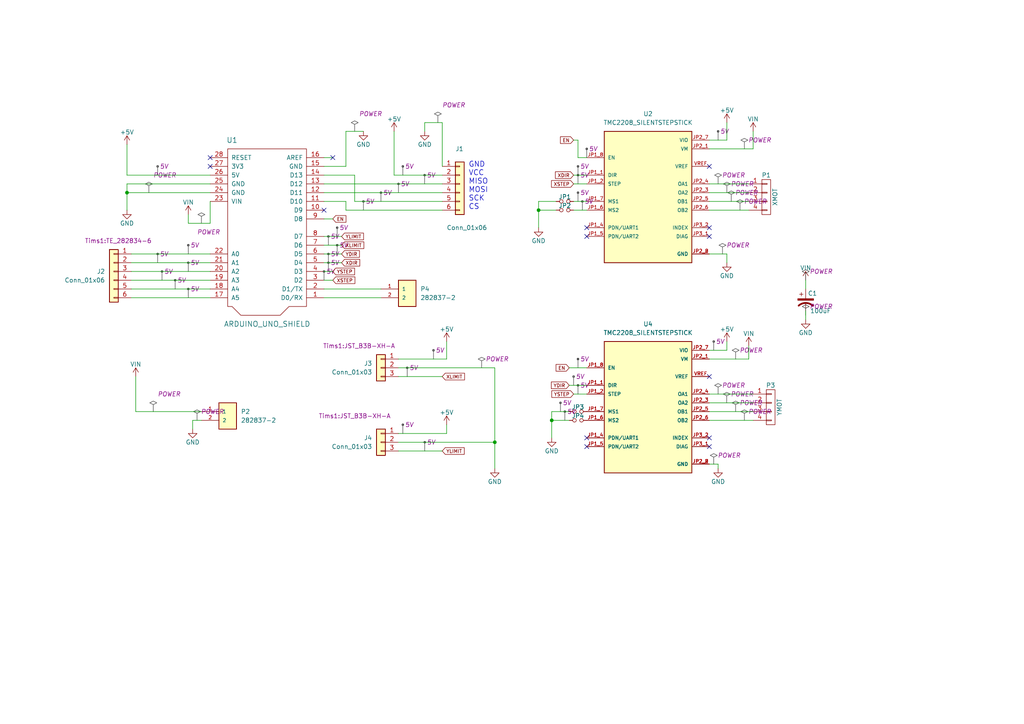
<source format=kicad_sch>
(kicad_sch (version 20230121) (generator eeschema)

  (uuid bf82a245-3ced-4f4f-9f44-cb75367fee2f)

  (paper "A4")

  (lib_symbols
    (symbol "Conn_01x06_1" (pin_names (offset 1.016) hide) (in_bom yes) (on_board yes)
      (property "Reference" "J" (at 0 7.62 0)
        (effects (font (size 1.27 1.27)))
      )
      (property "Value" "Conn_01x06" (at 0 -10.16 0)
        (effects (font (size 1.27 1.27)))
      )
      (property "Footprint" "" (at 0 0 0)
        (effects (font (size 1.27 1.27)) hide)
      )
      (property "Datasheet" "~" (at 0 0 0)
        (effects (font (size 1.27 1.27)) hide)
      )
      (property "ki_keywords" "connector" (at 0 0 0)
        (effects (font (size 1.27 1.27)) hide)
      )
      (property "ki_description" "Generic connector, single row, 01x06, script generated (kicad-library-utils/schlib/autogen/connector/)" (at 0 0 0)
        (effects (font (size 1.27 1.27)) hide)
      )
      (property "ki_fp_filters" "Connector*:*_1x??_*" (at 0 0 0)
        (effects (font (size 1.27 1.27)) hide)
      )
      (symbol "Conn_01x06_1_1_1"
        (rectangle (start -1.27 -7.493) (end 0 -7.747)
          (stroke (width 0.1524) (type default))
          (fill (type none))
        )
        (rectangle (start -1.27 -4.953) (end 0 -5.207)
          (stroke (width 0.1524) (type default))
          (fill (type none))
        )
        (rectangle (start -1.27 -2.413) (end 0 -2.667)
          (stroke (width 0.1524) (type default))
          (fill (type none))
        )
        (rectangle (start -1.27 0.127) (end 0 -0.127)
          (stroke (width 0.1524) (type default))
          (fill (type none))
        )
        (rectangle (start -1.27 2.667) (end 0 2.413)
          (stroke (width 0.1524) (type default))
          (fill (type none))
        )
        (rectangle (start -1.27 5.207) (end 0 4.953)
          (stroke (width 0.1524) (type default))
          (fill (type none))
        )
        (rectangle (start -1.27 6.35) (end 1.27 -8.89)
          (stroke (width 0.254) (type default))
          (fill (type background))
        )
        (pin passive line (at -5.08 5.08 0) (length 3.81)
          (name "Pin_1" (effects (font (size 1.27 1.27))))
          (number "1" (effects (font (size 1.27 1.27))))
        )
        (pin passive line (at -5.08 2.54 0) (length 3.81)
          (name "Pin_2" (effects (font (size 1.27 1.27))))
          (number "2" (effects (font (size 1.27 1.27))))
        )
        (pin passive line (at -5.08 0 0) (length 3.81)
          (name "Pin_3" (effects (font (size 1.27 1.27))))
          (number "3" (effects (font (size 1.27 1.27))))
        )
        (pin passive line (at -5.08 -2.54 0) (length 3.81)
          (name "Pin_4" (effects (font (size 1.27 1.27))))
          (number "4" (effects (font (size 1.27 1.27))))
        )
        (pin passive line (at -5.08 -5.08 0) (length 3.81)
          (name "Pin_5" (effects (font (size 1.27 1.27))))
          (number "5" (effects (font (size 1.27 1.27))))
        )
        (pin passive line (at -5.08 -7.62 0) (length 3.81)
          (name "Pin_6" (effects (font (size 1.27 1.27))))
          (number "6" (effects (font (size 1.27 1.27))))
        )
      )
    )
    (symbol "Connector_Generic:Conn_01x03" (pin_names (offset 1.016) hide) (in_bom yes) (on_board yes)
      (property "Reference" "J" (at 0 5.08 0)
        (effects (font (size 1.27 1.27)))
      )
      (property "Value" "Conn_01x03" (at 0 -5.08 0)
        (effects (font (size 1.27 1.27)))
      )
      (property "Footprint" "" (at 0 0 0)
        (effects (font (size 1.27 1.27)) hide)
      )
      (property "Datasheet" "~" (at 0 0 0)
        (effects (font (size 1.27 1.27)) hide)
      )
      (property "ki_keywords" "connector" (at 0 0 0)
        (effects (font (size 1.27 1.27)) hide)
      )
      (property "ki_description" "Generic connector, single row, 01x03, script generated (kicad-library-utils/schlib/autogen/connector/)" (at 0 0 0)
        (effects (font (size 1.27 1.27)) hide)
      )
      (property "ki_fp_filters" "Connector*:*_1x??_*" (at 0 0 0)
        (effects (font (size 1.27 1.27)) hide)
      )
      (symbol "Conn_01x03_1_1"
        (rectangle (start -1.27 -2.413) (end 0 -2.667)
          (stroke (width 0.1524) (type default))
          (fill (type none))
        )
        (rectangle (start -1.27 0.127) (end 0 -0.127)
          (stroke (width 0.1524) (type default))
          (fill (type none))
        )
        (rectangle (start -1.27 2.667) (end 0 2.413)
          (stroke (width 0.1524) (type default))
          (fill (type none))
        )
        (rectangle (start -1.27 3.81) (end 1.27 -3.81)
          (stroke (width 0.254) (type default))
          (fill (type background))
        )
        (pin passive line (at -5.08 2.54 0) (length 3.81)
          (name "Pin_1" (effects (font (size 1.27 1.27))))
          (number "1" (effects (font (size 1.27 1.27))))
        )
        (pin passive line (at -5.08 0 0) (length 3.81)
          (name "Pin_2" (effects (font (size 1.27 1.27))))
          (number "2" (effects (font (size 1.27 1.27))))
        )
        (pin passive line (at -5.08 -2.54 0) (length 3.81)
          (name "Pin_3" (effects (font (size 1.27 1.27))))
          (number "3" (effects (font (size 1.27 1.27))))
        )
      )
    )
    (symbol "Connector_Generic:Conn_01x06" (pin_names (offset 1.016) hide) (in_bom yes) (on_board yes)
      (property "Reference" "J" (at 0 7.62 0)
        (effects (font (size 1.27 1.27)))
      )
      (property "Value" "Conn_01x06" (at 0 -10.16 0)
        (effects (font (size 1.27 1.27)))
      )
      (property "Footprint" "" (at 0 0 0)
        (effects (font (size 1.27 1.27)) hide)
      )
      (property "Datasheet" "~" (at 0 0 0)
        (effects (font (size 1.27 1.27)) hide)
      )
      (property "ki_keywords" "connector" (at 0 0 0)
        (effects (font (size 1.27 1.27)) hide)
      )
      (property "ki_description" "Generic connector, single row, 01x06, script generated (kicad-library-utils/schlib/autogen/connector/)" (at 0 0 0)
        (effects (font (size 1.27 1.27)) hide)
      )
      (property "ki_fp_filters" "Connector*:*_1x??_*" (at 0 0 0)
        (effects (font (size 1.27 1.27)) hide)
      )
      (symbol "Conn_01x06_1_1"
        (rectangle (start -1.27 -7.493) (end 0 -7.747)
          (stroke (width 0.1524) (type default))
          (fill (type none))
        )
        (rectangle (start -1.27 -4.953) (end 0 -5.207)
          (stroke (width 0.1524) (type default))
          (fill (type none))
        )
        (rectangle (start -1.27 -2.413) (end 0 -2.667)
          (stroke (width 0.1524) (type default))
          (fill (type none))
        )
        (rectangle (start -1.27 0.127) (end 0 -0.127)
          (stroke (width 0.1524) (type default))
          (fill (type none))
        )
        (rectangle (start -1.27 2.667) (end 0 2.413)
          (stroke (width 0.1524) (type default))
          (fill (type none))
        )
        (rectangle (start -1.27 5.207) (end 0 4.953)
          (stroke (width 0.1524) (type default))
          (fill (type none))
        )
        (rectangle (start -1.27 6.35) (end 1.27 -8.89)
          (stroke (width 0.254) (type default))
          (fill (type background))
        )
        (pin passive line (at -5.08 5.08 0) (length 3.81)
          (name "Pin_1" (effects (font (size 1.27 1.27))))
          (number "1" (effects (font (size 1.27 1.27))))
        )
        (pin passive line (at -5.08 2.54 0) (length 3.81)
          (name "Pin_2" (effects (font (size 1.27 1.27))))
          (number "2" (effects (font (size 1.27 1.27))))
        )
        (pin passive line (at -5.08 0 0) (length 3.81)
          (name "Pin_3" (effects (font (size 1.27 1.27))))
          (number "3" (effects (font (size 1.27 1.27))))
        )
        (pin passive line (at -5.08 -2.54 0) (length 3.81)
          (name "Pin_4" (effects (font (size 1.27 1.27))))
          (number "4" (effects (font (size 1.27 1.27))))
        )
        (pin passive line (at -5.08 -5.08 0) (length 3.81)
          (name "Pin_5" (effects (font (size 1.27 1.27))))
          (number "5" (effects (font (size 1.27 1.27))))
        )
        (pin passive line (at -5.08 -7.62 0) (length 3.81)
          (name "Pin_6" (effects (font (size 1.27 1.27))))
          (number "6" (effects (font (size 1.27 1.27))))
        )
      )
    )
    (symbol "Tims CNC Shield-rescue:ARDUINO_UNO_SHIELD-sb-cnc-shield-rescue" (pin_names (offset 1.016)) (in_bom yes) (on_board yes)
      (property "Reference" "U" (at -10.16 25.4 0)
        (effects (font (size 1.524 1.524)))
      )
      (property "Value" "sb-cnc-shield-rescue_ARDUINO_UNO_SHIELD" (at 0 -27.94 0)
        (effects (font (size 1.524 1.524)))
      )
      (property "Footprint" "" (at 0 36.83 0)
        (effects (font (size 1.524 1.524)))
      )
      (property "Datasheet" "" (at 0 36.83 0)
        (effects (font (size 1.524 1.524)))
      )
      (symbol "ARDUINO_UNO_SHIELD-sb-cnc-shield-rescue_0_1"
        (polyline
          (pts
            (xy -11.43 -22.86)
            (xy -10.16 -22.86)
            (xy -7.62 -25.4)
            (xy 3.81 -25.4)
            (xy 6.35 -22.86)
            (xy 11.43 -22.86)
            (xy 11.43 22.86)
            (xy -11.43 22.86)
            (xy -11.43 -22.86)
          )
          (stroke (width 0) (type solid))
          (fill (type none))
        )
      )
      (symbol "ARDUINO_UNO_SHIELD-sb-cnc-shield-rescue_1_1"
        (pin passive line (at 16.51 -20.32 180) (length 5.08)
          (name "D0/RX" (effects (font (size 1.27 1.27))))
          (number "1" (effects (font (size 1.27 1.27))))
        )
        (pin passive line (at 16.51 5.08 180) (length 5.08)
          (name "D9" (effects (font (size 1.27 1.27))))
          (number "10" (effects (font (size 1.27 1.27))))
        )
        (pin passive line (at 16.51 7.62 180) (length 5.08)
          (name "D10" (effects (font (size 1.27 1.27))))
          (number "11" (effects (font (size 1.27 1.27))))
        )
        (pin passive line (at 16.51 10.16 180) (length 5.08)
          (name "D11" (effects (font (size 1.27 1.27))))
          (number "12" (effects (font (size 1.27 1.27))))
        )
        (pin passive line (at 16.51 12.7 180) (length 5.08)
          (name "D12" (effects (font (size 1.27 1.27))))
          (number "13" (effects (font (size 1.27 1.27))))
        )
        (pin passive line (at 16.51 15.24 180) (length 5.08)
          (name "D13" (effects (font (size 1.27 1.27))))
          (number "14" (effects (font (size 1.27 1.27))))
        )
        (pin passive line (at 16.51 17.78 180) (length 5.08)
          (name "GND" (effects (font (size 1.27 1.27))))
          (number "15" (effects (font (size 1.27 1.27))))
        )
        (pin passive line (at 16.51 20.32 180) (length 5.08)
          (name "AREF" (effects (font (size 1.27 1.27))))
          (number "16" (effects (font (size 1.27 1.27))))
        )
        (pin passive line (at -16.51 -20.32 0) (length 5.08)
          (name "A5" (effects (font (size 1.27 1.27))))
          (number "17" (effects (font (size 1.27 1.27))))
        )
        (pin passive line (at -16.51 -17.78 0) (length 5.08)
          (name "A4" (effects (font (size 1.27 1.27))))
          (number "18" (effects (font (size 1.27 1.27))))
        )
        (pin passive line (at -16.51 -15.24 0) (length 5.08)
          (name "A3" (effects (font (size 1.27 1.27))))
          (number "19" (effects (font (size 1.27 1.27))))
        )
        (pin passive line (at 16.51 -17.78 180) (length 5.08)
          (name "D1/TX" (effects (font (size 1.27 1.27))))
          (number "2" (effects (font (size 1.27 1.27))))
        )
        (pin passive line (at -16.51 -12.7 0) (length 5.08)
          (name "A2" (effects (font (size 1.27 1.27))))
          (number "20" (effects (font (size 1.27 1.27))))
        )
        (pin passive line (at -16.51 -10.16 0) (length 5.08)
          (name "A1" (effects (font (size 1.27 1.27))))
          (number "21" (effects (font (size 1.27 1.27))))
        )
        (pin passive line (at -16.51 -7.62 0) (length 5.08)
          (name "A0" (effects (font (size 1.27 1.27))))
          (number "22" (effects (font (size 1.27 1.27))))
        )
        (pin passive line (at -16.51 7.62 0) (length 5.08)
          (name "VIN" (effects (font (size 1.27 1.27))))
          (number "23" (effects (font (size 1.27 1.27))))
        )
        (pin passive line (at -16.51 10.16 0) (length 5.08)
          (name "GND" (effects (font (size 1.27 1.27))))
          (number "24" (effects (font (size 1.27 1.27))))
        )
        (pin passive line (at -16.51 12.7 0) (length 5.08)
          (name "GND" (effects (font (size 1.27 1.27))))
          (number "25" (effects (font (size 1.27 1.27))))
        )
        (pin passive line (at -16.51 15.24 0) (length 5.08)
          (name "5V" (effects (font (size 1.27 1.27))))
          (number "26" (effects (font (size 1.27 1.27))))
        )
        (pin passive line (at -16.51 17.78 0) (length 5.08)
          (name "3V3" (effects (font (size 1.27 1.27))))
          (number "27" (effects (font (size 1.27 1.27))))
        )
        (pin passive line (at -16.51 20.32 0) (length 5.08)
          (name "RESET" (effects (font (size 1.27 1.27))))
          (number "28" (effects (font (size 1.27 1.27))))
        )
        (pin passive line (at 16.51 -15.24 180) (length 5.08)
          (name "D2" (effects (font (size 1.27 1.27))))
          (number "3" (effects (font (size 1.27 1.27))))
        )
        (pin passive line (at 16.51 -12.7 180) (length 5.08)
          (name "D3" (effects (font (size 1.27 1.27))))
          (number "4" (effects (font (size 1.27 1.27))))
        )
        (pin passive line (at 16.51 -10.16 180) (length 5.08)
          (name "D4" (effects (font (size 1.27 1.27))))
          (number "5" (effects (font (size 1.27 1.27))))
        )
        (pin passive line (at 16.51 -7.62 180) (length 5.08)
          (name "D5" (effects (font (size 1.27 1.27))))
          (number "6" (effects (font (size 1.27 1.27))))
        )
        (pin passive line (at 16.51 -5.08 180) (length 5.08)
          (name "D6" (effects (font (size 1.27 1.27))))
          (number "7" (effects (font (size 1.27 1.27))))
        )
        (pin passive line (at 16.51 -2.54 180) (length 5.08)
          (name "D7" (effects (font (size 1.27 1.27))))
          (number "8" (effects (font (size 1.27 1.27))))
        )
        (pin passive line (at 16.51 2.54 180) (length 5.08)
          (name "D8" (effects (font (size 1.27 1.27))))
          (number "9" (effects (font (size 1.27 1.27))))
        )
      )
    )
    (symbol "Tims CNC Shield-rescue:CAP_ELECTRO-RESCUE-sb-cnc-shield-sb-cnc-shield-rescue" (pin_numbers hide) (pin_names (offset 0.254)) (in_bom yes) (on_board yes)
      (property "Reference" "C" (at 0.635 2.54 0)
        (effects (font (size 1.27 1.27)) (justify left))
      )
      (property "Value" "sb-cnc-shield-rescue_CAP_ELECTRO-RESCUE-sb-cnc-shield" (at 1.27 -2.54 0)
        (effects (font (size 1.27 1.27)) (justify left))
      )
      (property "Footprint" "" (at -5.3848 -3.81 0)
        (effects (font (size 0.762 0.762)))
      )
      (property "Datasheet" "" (at 0 -1.27 0)
        (effects (font (size 1.524 1.524)))
      )
      (property "ki_fp_filters" "CP* Elko* TantalC* C*elec c_elec* SMD*_Pol" (at 0 0 0)
        (effects (font (size 1.27 1.27)) hide)
      )
      (symbol "CAP_ELECTRO-RESCUE-sb-cnc-shield-sb-cnc-shield-rescue_0_1"
        (rectangle (start -2.286 1.016) (end 2.286 0.508)
          (stroke (width 0) (type solid))
          (fill (type outline))
        )
        (polyline
          (pts
            (xy -1.778 2.286)
            (xy -0.762 2.286)
          )
          (stroke (width 0) (type solid))
          (fill (type none))
        )
        (polyline
          (pts
            (xy -1.27 2.794)
            (xy -1.27 1.778)
          )
          (stroke (width 0) (type solid))
          (fill (type none))
        )
        (arc (start 2.032 -1.016) (mid 0 -0.2434) (end -2.032 -1.016)
          (stroke (width 0.508) (type solid))
          (fill (type none))
        )
      )
      (symbol "CAP_ELECTRO-RESCUE-sb-cnc-shield-sb-cnc-shield-rescue_1_1"
        (pin passive line (at 0 3.81 270) (length 2.794)
          (name "~" (effects (font (size 1.016 1.016))))
          (number "1" (effects (font (size 1.016 1.016))))
        )
        (pin passive line (at 0 -2.54 90) (length 2.286)
          (name "~" (effects (font (size 1.016 1.016))))
          (number "2" (effects (font (size 1.016 1.016))))
        )
      )
    )
    (symbol "Tims CNC Shield-rescue:CONN_01X04-sb-cnc-shield-rescue" (pin_names (offset 1.016) hide) (in_bom yes) (on_board yes)
      (property "Reference" "P" (at 0 6.35 0)
        (effects (font (size 1.27 1.27)))
      )
      (property "Value" "sb-cnc-shield-rescue_CONN_01X04" (at 2.54 0 90)
        (effects (font (size 1.27 1.27)))
      )
      (property "Footprint" "" (at 0 0 0)
        (effects (font (size 1.27 1.27)))
      )
      (property "Datasheet" "" (at 0 0 0)
        (effects (font (size 1.27 1.27)))
      )
      (property "ki_fp_filters" "Pin_Header_Straight_1X04 Pin_Header_Angled_1X04 Socket_Strip_Straight_1X04 Socket_Strip_Angled_1X04" (at 0 0 0)
        (effects (font (size 1.27 1.27)) hide)
      )
      (symbol "CONN_01X04-sb-cnc-shield-rescue_0_1"
        (rectangle (start -1.27 -3.683) (end 0.254 -3.937)
          (stroke (width 0) (type solid))
          (fill (type none))
        )
        (rectangle (start -1.27 -1.143) (end 0.254 -1.397)
          (stroke (width 0) (type solid))
          (fill (type none))
        )
        (rectangle (start -1.27 1.397) (end 0.254 1.143)
          (stroke (width 0) (type solid))
          (fill (type none))
        )
        (rectangle (start -1.27 3.937) (end 0.254 3.683)
          (stroke (width 0) (type solid))
          (fill (type none))
        )
        (rectangle (start -1.27 5.08) (end 1.27 -5.08)
          (stroke (width 0) (type solid))
          (fill (type none))
        )
      )
      (symbol "CONN_01X04-sb-cnc-shield-rescue_1_1"
        (pin passive line (at -5.08 3.81 0) (length 3.81)
          (name "P1" (effects (font (size 1.27 1.27))))
          (number "1" (effects (font (size 1.27 1.27))))
        )
        (pin passive line (at -5.08 1.27 0) (length 3.81)
          (name "P2" (effects (font (size 1.27 1.27))))
          (number "2" (effects (font (size 1.27 1.27))))
        )
        (pin passive line (at -5.08 -1.27 0) (length 3.81)
          (name "P3" (effects (font (size 1.27 1.27))))
          (number "3" (effects (font (size 1.27 1.27))))
        )
        (pin passive line (at -5.08 -3.81 0) (length 3.81)
          (name "P4" (effects (font (size 1.27 1.27))))
          (number "4" (effects (font (size 1.27 1.27))))
        )
      )
    )
    (symbol "Tims CNC Shield-rescue:Jumper_NO_Small-Device" (pin_numbers hide) (pin_names (offset 0.762) hide) (in_bom yes) (on_board yes)
      (property "Reference" "JP" (at 0 2.032 0)
        (effects (font (size 1.27 1.27)))
      )
      (property "Value" "Device_Jumper_NO_Small" (at 0.254 -1.524 0)
        (effects (font (size 1.27 1.27)))
      )
      (property "Footprint" "" (at 0 0 0)
        (effects (font (size 1.27 1.27)) hide)
      )
      (property "Datasheet" "" (at 0 0 0)
        (effects (font (size 1.27 1.27)) hide)
      )
      (symbol "Jumper_NO_Small-Device_0_1"
        (circle (center -1.016 0) (radius 0.508)
          (stroke (width 0) (type solid))
          (fill (type none))
        )
        (circle (center 1.016 0) (radius 0.508)
          (stroke (width 0) (type solid))
          (fill (type none))
        )
        (pin passive line (at -2.54 0 0) (length 1.016)
          (name "1" (effects (font (size 1.27 1.27))))
          (number "1" (effects (font (size 1.27 1.27))))
        )
        (pin passive line (at 2.54 0 180) (length 1.016)
          (name "2" (effects (font (size 1.27 1.27))))
          (number "2" (effects (font (size 1.27 1.27))))
        )
      )
    )
    (symbol "Tims CNC Shield-rescue:VIN-sb-cnc-shield-rescue" (power) (pin_names (offset 0)) (in_bom yes) (on_board yes)
      (property "Reference" "#PWR" (at 0 -3.81 0)
        (effects (font (size 1.27 1.27)) hide)
      )
      (property "Value" "VIN-sb-cnc-shield-rescue" (at 0 3.556 0)
        (effects (font (size 1.27 1.27)))
      )
      (property "Footprint" "" (at 0 0 0)
        (effects (font (size 1.524 1.524)))
      )
      (property "Datasheet" "" (at 0 0 0)
        (effects (font (size 1.524 1.524)))
      )
      (symbol "VIN-sb-cnc-shield-rescue_0_1"
        (polyline
          (pts
            (xy -0.762 1.27)
            (xy 0 2.54)
          )
          (stroke (width 0) (type solid))
          (fill (type none))
        )
        (polyline
          (pts
            (xy 0 0)
            (xy 0 2.54)
          )
          (stroke (width 0) (type solid))
          (fill (type none))
        )
        (polyline
          (pts
            (xy 0 2.54)
            (xy 0.762 1.27)
          )
          (stroke (width 0) (type solid))
          (fill (type none))
        )
      )
      (symbol "VIN-sb-cnc-shield-rescue_1_1"
        (pin power_in line (at 0 0 90) (length 0) hide
          (name "VIN" (effects (font (size 1.27 1.27))))
          (number "1" (effects (font (size 1.27 1.27))))
        )
      )
    )
    (symbol "Tims:282837-2" (pin_names (offset 1.016)) (in_bom yes) (on_board yes)
      (property "Reference" "P" (at -2.5406 2.5438 0)
        (effects (font (size 1.27 1.27)) (justify left bottom))
      )
      (property "Value" "282837-2" (at -5.08 -7.62 0)
        (effects (font (size 1.27 1.27)) (justify left bottom))
      )
      (property "Footprint" "282837-2:TE_282837-2" (at -1.27 10.16 0)
        (effects (font (size 1.27 1.27)) (justify bottom) hide)
      )
      (property "Datasheet" "" (at 0 0 0)
        (effects (font (size 1.27 1.27)) hide)
      )
      (property "MF" "On Shore" (at 0 12.7 0)
        (effects (font (size 1.27 1.27)) (justify bottom) hide)
      )
      (property "DESCRIPTION" "TERMINAL BLOCK 3.5MM 2POS PCB" (at -1.27 11.43 0)
        (effects (font (size 1.27 1.27)) (justify bottom) hide)
      )
      (property "PACKAGE" "None" (at -1.27 8.89 0)
        (effects (font (size 1.27 1.27)) (justify bottom) hide)
      )
      (property "PRICE" "0.28 USD" (at 0 6.35 0)
        (effects (font (size 1.27 1.27)) (justify bottom) hide)
      )
      (property "PARTREV" "G3" (at -11.43 15.24 0)
        (effects (font (size 1.27 1.27)) (justify bottom) hide)
      )
      (property "MP" "OSTTE020104" (at 0 15.24 0)
        (effects (font (size 1.27 1.27)) (justify bottom) hide)
      )
      (property "AVAILABILITY" "Good" (at -1.27 8.89 0)
        (effects (font (size 1.27 1.27)) (justify bottom) hide)
      )
      (symbol "282837-2_0_0"
        (rectangle (start -2.54 -5.08) (end 2.54 2.54)
          (stroke (width 0.254) (type default))
          (fill (type background))
        )
        (pin passive line (at -7.62 0 0) (length 5.08)
          (name "1" (effects (font (size 1.016 1.016))))
          (number "1" (effects (font (size 1.016 1.016))))
        )
        (pin passive line (at -7.62 -2.54 0) (length 5.08)
          (name "2" (effects (font (size 1.016 1.016))))
          (number "2" (effects (font (size 1.016 1.016))))
        )
      )
    )
    (symbol "Tims:TMC2208_SILENTSTEPSTICK" (pin_names (offset 1.016)) (in_bom yes) (on_board yes)
      (property "Reference" "U" (at -12.7 19.05 0)
        (effects (font (size 1.27 1.27)) (justify left bottom))
      )
      (property "Value" "TMC2208_SILENTSTEPSTICK" (at -12.7 -22.86 0)
        (effects (font (size 1.27 1.27)) (justify left bottom))
      )
      (property "Footprint" "" (at -1.27 50.8 0)
        (effects (font (size 1.27 1.27)) (justify bottom) hide)
      )
      (property "Datasheet" "" (at 0 0 0)
        (effects (font (size 1.27 1.27)) hide)
      )
      (property "MF" "" (at -5.08 43.18 0)
        (effects (font (size 1.27 1.27)) (justify bottom) hide)
      )
      (property "Description" "\n" (at 0 0 0)
        (effects (font (size 1.27 1.27)) (justify bottom) hide)
      )
      (property "Package" "" (at -8.89 50.8 0) (do_not_autoplace)
        (effects (font (size 1.27 1.27)) (justify bottom) hide)
      )
      (property "Price" "" (at -3.81 38.1 0)
        (effects (font (size 1.27 1.27)) (justify bottom) hide)
      )
      (property "Check_prices" "" (at 0 0 0)
        (effects (font (size 1.27 1.27)) (justify bottom) hide)
      )
      (property "SnapEDA_Link" "" (at 24.13 46.99 0) (do_not_autoplace)
        (effects (font (size 1.27 1.27)) (justify bottom) hide)
      )
      (property "MP" "" (at -6.35 44.45 0)
        (effects (font (size 1.27 1.27)) (justify bottom) hide)
      )
      (property "Purchase-URL" "" (at 0 0 0)
        (effects (font (size 1.27 1.27)) (justify bottom) hide)
      )
      (property "Availability" "" (at -3.81 43.18 0) (show_name)
        (effects (font (size 1.27 1.27)) (justify bottom) hide)
      )
      (property "MANUFACTURER" "" (at -3.81 44.45 0)
        (effects (font (size 1.27 1.27)) (justify bottom) hide)
      )
      (symbol "TMC2208_SILENTSTEPSTICK_0_0"
        (rectangle (start -12.7 17.78) (end 12.7 -20.32)
          (stroke (width 0.254) (type default))
          (fill (type background))
        )
        (pin input line (at -17.78 5.08 0) (length 5.08)
          (name "DIR" (effects (font (size 1.016 1.016))))
          (number "JP1_1" (effects (font (size 1.016 1.016))))
        )
        (pin input line (at -17.78 2.54 0) (length 5.08)
          (name "STEP" (effects (font (size 1.016 1.016))))
          (number "JP1_2" (effects (font (size 1.016 1.016))))
        )
        (pin bidirectional line (at -17.78 -10.16 0) (length 5.08)
          (name "PDN/UART1" (effects (font (size 1.016 1.016))))
          (number "JP1_4" (effects (font (size 1.016 1.016))))
        )
        (pin bidirectional line (at -17.78 -12.7 0) (length 5.08)
          (name "PDN/UART2" (effects (font (size 1.016 1.016))))
          (number "JP1_5" (effects (font (size 1.016 1.016))))
        )
        (pin input line (at -17.78 -5.08 0) (length 5.08)
          (name "MS2" (effects (font (size 1.016 1.016))))
          (number "JP1_6" (effects (font (size 1.016 1.016))))
        )
        (pin input line (at -17.78 -2.54 0) (length 5.08)
          (name "MS1" (effects (font (size 1.016 1.016))))
          (number "JP1_7" (effects (font (size 1.016 1.016))))
        )
        (pin input line (at -17.78 10.16 0) (length 5.08)
          (name "EN" (effects (font (size 1.016 1.016))))
          (number "JP1_8" (effects (font (size 1.016 1.016))))
        )
        (pin power_in line (at 17.78 12.7 180) (length 5.08)
          (name "VM" (effects (font (size 1.016 1.016))))
          (number "JP2_1" (effects (font (size 1.016 1.016))))
        )
        (pin power_in line (at 17.78 -17.78 180) (length 5.08)
          (name "GND" (effects (font (size 1.016 1.016))))
          (number "JP2_2" (effects (font (size 1.016 1.016))))
        )
        (pin passive line (at 17.78 0 180) (length 5.08)
          (name "OA2" (effects (font (size 1.016 1.016))))
          (number "JP2_3" (effects (font (size 1.016 1.016))))
        )
        (pin passive line (at 17.78 2.54 180) (length 5.08)
          (name "OA1" (effects (font (size 1.016 1.016))))
          (number "JP2_4" (effects (font (size 1.016 1.016))))
        )
        (pin passive line (at 17.78 -2.54 180) (length 5.08)
          (name "OB1" (effects (font (size 1.016 1.016))))
          (number "JP2_5" (effects (font (size 1.016 1.016))))
        )
        (pin passive line (at 17.78 -5.08 180) (length 5.08)
          (name "OB2" (effects (font (size 1.016 1.016))))
          (number "JP2_6" (effects (font (size 1.016 1.016))))
        )
        (pin power_in line (at 17.78 15.24 180) (length 5.08)
          (name "VIO" (effects (font (size 1.016 1.016))))
          (number "JP2_7" (effects (font (size 1.016 1.016))))
        )
        (pin power_in line (at 17.78 -17.78 180) (length 5.08)
          (name "GND" (effects (font (size 1.016 1.016))))
          (number "JP2_8" (effects (font (size 1.016 1.016))))
        )
        (pin output line (at 17.78 -12.7 180) (length 5.08)
          (name "DIAG" (effects (font (size 1.016 1.016))))
          (number "JP3_1" (effects (font (size 1.016 1.016))))
        )
        (pin output line (at 17.78 -10.16 180) (length 5.08)
          (name "INDEX" (effects (font (size 1.016 1.016))))
          (number "JP3_2" (effects (font (size 1.016 1.016))))
        )
        (pin passive line (at 17.78 7.62 180) (length 5.08)
          (name "VREF" (effects (font (size 1.016 1.016))))
          (number "VREF" (effects (font (size 1.016 1.016))))
        )
      )
    )
    (symbol "power:+5V" (power) (pin_names (offset 0)) (in_bom yes) (on_board yes)
      (property "Reference" "#PWR" (at 0 -3.81 0)
        (effects (font (size 1.27 1.27)) hide)
      )
      (property "Value" "+5V" (at 0 3.556 0)
        (effects (font (size 1.27 1.27)))
      )
      (property "Footprint" "" (at 0 0 0)
        (effects (font (size 1.27 1.27)) hide)
      )
      (property "Datasheet" "" (at 0 0 0)
        (effects (font (size 1.27 1.27)) hide)
      )
      (property "ki_keywords" "global power" (at 0 0 0)
        (effects (font (size 1.27 1.27)) hide)
      )
      (property "ki_description" "Power symbol creates a global label with name \"+5V\"" (at 0 0 0)
        (effects (font (size 1.27 1.27)) hide)
      )
      (symbol "+5V_0_1"
        (polyline
          (pts
            (xy -0.762 1.27)
            (xy 0 2.54)
          )
          (stroke (width 0) (type default))
          (fill (type none))
        )
        (polyline
          (pts
            (xy 0 0)
            (xy 0 2.54)
          )
          (stroke (width 0) (type default))
          (fill (type none))
        )
        (polyline
          (pts
            (xy 0 2.54)
            (xy 0.762 1.27)
          )
          (stroke (width 0) (type default))
          (fill (type none))
        )
      )
      (symbol "+5V_1_1"
        (pin power_in line (at 0 0 90) (length 0) hide
          (name "+5V" (effects (font (size 1.27 1.27))))
          (number "1" (effects (font (size 1.27 1.27))))
        )
      )
    )
    (symbol "power:GND" (power) (pin_names (offset 0)) (in_bom yes) (on_board yes)
      (property "Reference" "#PWR" (at 0 -6.35 0)
        (effects (font (size 1.27 1.27)) hide)
      )
      (property "Value" "GND" (at 0 -3.81 0)
        (effects (font (size 1.27 1.27)))
      )
      (property "Footprint" "" (at 0 0 0)
        (effects (font (size 1.27 1.27)) hide)
      )
      (property "Datasheet" "" (at 0 0 0)
        (effects (font (size 1.27 1.27)) hide)
      )
      (property "ki_keywords" "global power" (at 0 0 0)
        (effects (font (size 1.27 1.27)) hide)
      )
      (property "ki_description" "Power symbol creates a global label with name \"GND\" , ground" (at 0 0 0)
        (effects (font (size 1.27 1.27)) hide)
      )
      (symbol "GND_0_1"
        (polyline
          (pts
            (xy 0 0)
            (xy 0 -1.27)
            (xy 1.27 -1.27)
            (xy 0 -2.54)
            (xy -1.27 -1.27)
            (xy 0 -1.27)
          )
          (stroke (width 0) (type default))
          (fill (type none))
        )
      )
      (symbol "GND_1_1"
        (pin power_in line (at 0 0 270) (length 0) hide
          (name "GND" (effects (font (size 1.27 1.27))))
          (number "1" (effects (font (size 1.27 1.27))))
        )
      )
    )
  )

  (junction (at 143.51 128.27) (diameter 0) (color 0 0 0 0)
    (uuid 07761495-3dda-4b01-8ddf-ac581c58ca4d)
  )
  (junction (at 36.83 55.88) (diameter 0) (color 0 0 0 0)
    (uuid 2bbd440c-bf34-4768-b2e9-f7fb038d3a99)
  )
  (junction (at 160.02 121.92) (diameter 0) (color 0 0 0 0)
    (uuid 7026cfbf-5775-440d-94fe-46339f521966)
  )
  (junction (at 156.21 60.96) (diameter 0) (color 0 0 0 0)
    (uuid 99cb8c95-0804-4b9d-9750-c2327518ac3a)
  )

  (no_connect (at 60.96 48.26) (uuid 22ad16a2-1d64-41be-a52a-663409730c01))
  (no_connect (at 170.18 66.04) (uuid 2a7093b3-9db1-4b22-aa95-8459acdb4af4))
  (no_connect (at 205.74 129.54) (uuid 5231aecc-9d84-4fd7-9084-cbf8023801db))
  (no_connect (at 93.98 60.96) (uuid 69dd7d62-ceaf-4cf1-8eaa-05e1eb637a5c))
  (no_connect (at 205.74 66.04) (uuid 764d6582-f00e-4cf5-9274-e93ef1adb152))
  (no_connect (at 96.52 45.72) (uuid 8084d255-be6c-4563-8dc1-b85edc95b19c))
  (no_connect (at 60.96 45.72) (uuid 8e172c5d-9c0d-4dbd-b173-4ef913f158d9))
  (no_connect (at 170.18 68.58) (uuid 9016da8f-25f5-41fb-950d-aff3f70382c5))
  (no_connect (at 205.74 48.26) (uuid c6f6df02-4c42-4b54-9978-67fef58d03cf))
  (no_connect (at 170.18 127) (uuid d4f379a9-44a7-4e54-afd2-38a7cb6adc75))
  (no_connect (at 205.74 127) (uuid e0b559df-aa8f-4912-b6a9-771abc459860))
  (no_connect (at 170.18 129.54) (uuid f23e03a8-6464-4df5-9ffa-b1c4aca09deb))
  (no_connect (at 205.74 109.22) (uuid fa556b37-b474-47b0-b1d5-a2938c36c1d0))
  (no_connect (at 205.74 68.58) (uuid fd66d97a-839f-445d-a8f3-1f075c802593))

  (wire (pts (xy 166.37 60.96) (xy 170.18 60.96))
    (stroke (width 0) (type default))
    (uuid 000a62b1-aa5a-41e0-b2d4-e5e187295f7d)
  )
  (wire (pts (xy 36.83 55.88) (xy 60.96 55.88))
    (stroke (width 0) (type default))
    (uuid 0082ac66-4e53-4b59-b43e-326ee28780e5)
  )
  (wire (pts (xy 39.37 119.38) (xy 39.37 109.22))
    (stroke (width 0) (type default))
    (uuid 0182b6ec-f3c2-45dc-aa41-53bd79cf3d6b)
  )
  (wire (pts (xy 93.98 53.34) (xy 128.27 53.34))
    (stroke (width 0) (type default))
    (uuid 06e3c124-fdf8-4617-bc03-da50e6c66e5b)
  )
  (wire (pts (xy 143.51 106.68) (xy 143.51 128.27))
    (stroke (width 0) (type default))
    (uuid 07ea489f-26b3-47f5-9401-6dd567f5bc8f)
  )
  (wire (pts (xy 123.19 35.56) (xy 123.19 38.1))
    (stroke (width 0) (type default))
    (uuid 0a279251-8f8e-467c-8784-f3b04003adf9)
  )
  (wire (pts (xy 128.27 35.56) (xy 123.19 35.56))
    (stroke (width 0) (type default))
    (uuid 0d8d64f8-a7f1-4328-b52e-f6d4529abf9e)
  )
  (wire (pts (xy 115.57 130.81) (xy 128.27 130.81))
    (stroke (width 0) (type default))
    (uuid 11233276-a845-49e5-b755-048f60b97e3c)
  )
  (wire (pts (xy 160.02 119.38) (xy 160.02 121.92))
    (stroke (width 0) (type default))
    (uuid 15cc69d0-890c-42c6-b0fa-dba30b3a8169)
  )
  (wire (pts (xy 208.28 135.89) (xy 208.28 134.62))
    (stroke (width 0) (type default))
    (uuid 1679fe94-881d-4b4d-adbb-7bedd13e700c)
  )
  (wire (pts (xy 160.02 119.38) (xy 165.1 119.38))
    (stroke (width 0) (type default))
    (uuid 1ad65c1b-6211-46e4-877a-07b0b3f7d74a)
  )
  (wire (pts (xy 166.37 50.8) (xy 170.18 50.8))
    (stroke (width 0) (type default))
    (uuid 1ad95e9b-39f2-430b-890c-500a16b9ed95)
  )
  (wire (pts (xy 38.1 83.82) (xy 60.96 83.82))
    (stroke (width 0) (type default))
    (uuid 1ae814f0-e5b6-4d33-a62b-aff53d1e58e0)
  )
  (wire (pts (xy 156.21 60.96) (xy 156.21 66.04))
    (stroke (width 0) (type default))
    (uuid 2e3b6dc7-3bda-4da7-ae8e-1626b7d2df5f)
  )
  (wire (pts (xy 218.44 38.1) (xy 218.44 43.18))
    (stroke (width 0) (type default))
    (uuid 33480897-ca2d-402d-acab-1b94a7158420)
  )
  (wire (pts (xy 60.96 53.34) (xy 36.83 53.34))
    (stroke (width 0) (type default))
    (uuid 3395cd45-9416-40b9-8ba3-9275d8fb63cd)
  )
  (wire (pts (xy 205.74 116.84) (xy 218.44 116.84))
    (stroke (width 0) (type default))
    (uuid 33c64841-f6d2-468e-9b2d-9ad8cdd4a393)
  )
  (wire (pts (xy 205.74 55.88) (xy 217.17 55.88))
    (stroke (width 0) (type default))
    (uuid 33c6da49-d276-4d71-8ce3-a7a53756bca2)
  )
  (wire (pts (xy 60.96 50.8) (xy 36.83 50.8))
    (stroke (width 0) (type default))
    (uuid 36239e7d-6c29-4fce-9838-3c7cfede1787)
  )
  (wire (pts (xy 166.37 53.34) (xy 170.18 53.34))
    (stroke (width 0) (type default))
    (uuid 3887003a-b0a3-493c-a602-853ca5086c41)
  )
  (wire (pts (xy 93.98 48.26) (xy 100.33 48.26))
    (stroke (width 0) (type default))
    (uuid 3af041c0-67a4-4985-89c5-7b16dafc7f88)
  )
  (wire (pts (xy 129.54 125.73) (xy 115.57 125.73))
    (stroke (width 0) (type default))
    (uuid 3c3f1e12-7e9b-4b5b-9141-f418b29a84c2)
  )
  (wire (pts (xy 39.37 119.38) (xy 58.42 119.38))
    (stroke (width 0) (type default))
    (uuid 4035722f-32e8-4533-b2e3-d6da24696a3c)
  )
  (wire (pts (xy 205.74 119.38) (xy 218.44 119.38))
    (stroke (width 0) (type default))
    (uuid 405a1a70-58a2-442b-9669-d6854f088cd2)
  )
  (wire (pts (xy 36.83 53.34) (xy 36.83 55.88))
    (stroke (width 0) (type default))
    (uuid 4511d041-a1d6-453f-bd86-50a396b3014a)
  )
  (wire (pts (xy 100.33 48.26) (xy 100.33 38.1))
    (stroke (width 0) (type default))
    (uuid 4c93add3-1f1b-4f28-9307-74906e52853f)
  )
  (wire (pts (xy 102.87 50.8) (xy 93.98 50.8))
    (stroke (width 0) (type default))
    (uuid 4ccace37-f0e5-4b5d-9bff-db84c1e03e3e)
  )
  (wire (pts (xy 129.54 123.19) (xy 129.54 125.73))
    (stroke (width 0) (type default))
    (uuid 4d45cc4d-3d6d-44c7-b1c2-ef9567beb271)
  )
  (wire (pts (xy 38.1 78.74) (xy 60.96 78.74))
    (stroke (width 0) (type default))
    (uuid 523bee31-b4e1-4e3b-b939-8ab61cbb7524)
  )
  (wire (pts (xy 54.61 62.23) (xy 54.61 64.77))
    (stroke (width 0) (type default))
    (uuid 524a5c95-8688-47f7-9cc0-b766873c1263)
  )
  (wire (pts (xy 166.37 114.3) (xy 170.18 114.3))
    (stroke (width 0) (type default))
    (uuid 53f31a88-0b06-4cf5-8c9c-0f35b4963f3a)
  )
  (wire (pts (xy 233.68 90.17) (xy 233.68 92.71))
    (stroke (width 0) (type default))
    (uuid 54f02c10-1f51-4c0a-8e66-373b90cd9d2e)
  )
  (wire (pts (xy 205.74 121.92) (xy 218.44 121.92))
    (stroke (width 0) (type default))
    (uuid 561c451d-20c0-489f-9b04-53c0b9737c99)
  )
  (wire (pts (xy 38.1 86.36) (xy 60.96 86.36))
    (stroke (width 0) (type default))
    (uuid 5e427741-0468-4660-a287-e26b4f186ad1)
  )
  (wire (pts (xy 156.21 58.42) (xy 161.29 58.42))
    (stroke (width 0) (type default))
    (uuid 5f60ccbc-2068-455f-8400-90fe600ea4d6)
  )
  (wire (pts (xy 167.64 45.72) (xy 167.64 40.64))
    (stroke (width 0) (type default))
    (uuid 60a375ec-77d6-4542-9d9e-b1b3b1872d2c)
  )
  (wire (pts (xy 210.82 73.66) (xy 210.82 76.2))
    (stroke (width 0) (type default))
    (uuid 63de122d-1bc0-4ae0-8e36-6059752d1a5b)
  )
  (wire (pts (xy 205.74 53.34) (xy 217.17 53.34))
    (stroke (width 0) (type default))
    (uuid 696fff42-2c1c-4ff4-95da-e4bc4a8f2d4a)
  )
  (wire (pts (xy 93.98 73.66) (xy 99.06 73.66))
    (stroke (width 0) (type default))
    (uuid 6a59d4b6-0045-4a75-b177-66f679c10ab4)
  )
  (wire (pts (xy 100.33 60.96) (xy 128.27 60.96))
    (stroke (width 0) (type default))
    (uuid 6cc1e765-46e3-4cd8-b20b-4997b265890c)
  )
  (wire (pts (xy 205.74 73.66) (xy 210.82 73.66))
    (stroke (width 0) (type default))
    (uuid 6d23f926-4ffc-4552-85ec-67f11a16f6b9)
  )
  (wire (pts (xy 208.28 134.62) (xy 205.74 134.62))
    (stroke (width 0) (type default))
    (uuid 70ad971a-b172-4e44-b714-79ae51f644d2)
  )
  (wire (pts (xy 93.98 71.12) (xy 99.06 71.12))
    (stroke (width 0) (type default))
    (uuid 71ee7b59-b761-4513-a1b4-103b860526a6)
  )
  (wire (pts (xy 205.74 40.64) (xy 210.82 40.64))
    (stroke (width 0) (type default))
    (uuid 737339d3-57ac-4d66-8267-83565cf8c479)
  )
  (wire (pts (xy 160.02 121.92) (xy 160.02 127))
    (stroke (width 0) (type default))
    (uuid 740cbb05-5fac-49cb-afa4-aebc40c54a66)
  )
  (wire (pts (xy 210.82 101.6) (xy 210.82 99.06))
    (stroke (width 0) (type default))
    (uuid 74531b1c-518b-4b66-abf1-36064f271c24)
  )
  (wire (pts (xy 205.74 60.96) (xy 217.17 60.96))
    (stroke (width 0) (type default))
    (uuid 75fdc761-db95-43a7-a5dd-4706382649a0)
  )
  (wire (pts (xy 128.27 58.42) (xy 102.87 58.42))
    (stroke (width 0) (type default))
    (uuid 7623fc52-922a-433a-8604-ffb5bb269498)
  )
  (wire (pts (xy 205.74 114.3) (xy 218.44 114.3))
    (stroke (width 0) (type default))
    (uuid 77933197-656b-4988-b7d1-3481e2936364)
  )
  (wire (pts (xy 58.42 121.92) (xy 55.88 121.92))
    (stroke (width 0) (type default))
    (uuid 7d758b1d-5c12-4e74-9e36-c63f23799d17)
  )
  (wire (pts (xy 143.51 128.27) (xy 115.57 128.27))
    (stroke (width 0) (type default))
    (uuid 7e7b4d69-eae8-403e-ab81-483eb09c85cc)
  )
  (wire (pts (xy 210.82 40.64) (xy 210.82 35.56))
    (stroke (width 0) (type default))
    (uuid 82ecbdfe-ff66-4344-9a8f-0a896d110972)
  )
  (wire (pts (xy 129.54 104.14) (xy 115.57 104.14))
    (stroke (width 0) (type default))
    (uuid 8303e237-6bcd-4b86-9876-335245acb36b)
  )
  (wire (pts (xy 205.74 43.18) (xy 218.44 43.18))
    (stroke (width 0) (type default))
    (uuid 83e7786f-9579-47c8-a964-68e8e7147b40)
  )
  (wire (pts (xy 205.74 58.42) (xy 217.17 58.42))
    (stroke (width 0) (type default))
    (uuid 8410b02a-492b-4974-84e8-683ebb012872)
  )
  (wire (pts (xy 55.88 121.92) (xy 55.88 124.46))
    (stroke (width 0) (type default))
    (uuid 874548db-b6c8-4811-bbf0-9b5bafbc94c6)
  )
  (wire (pts (xy 60.96 64.77) (xy 60.96 58.42))
    (stroke (width 0) (type default))
    (uuid 89dd75e0-4ee2-486f-873b-71f52aee2e62)
  )
  (wire (pts (xy 38.1 73.66) (xy 60.96 73.66))
    (stroke (width 0) (type default))
    (uuid 8f4b4ec2-9a98-4747-9da3-43f1422e21a5)
  )
  (wire (pts (xy 38.1 76.2) (xy 60.96 76.2))
    (stroke (width 0) (type default))
    (uuid 8fb9b0ac-a3e7-4375-9fcf-1cf82465dcae)
  )
  (wire (pts (xy 93.98 58.42) (xy 100.33 58.42))
    (stroke (width 0) (type default))
    (uuid 92e94125-b268-403a-a8b2-a97bfbbebfce)
  )
  (wire (pts (xy 217.17 104.14) (xy 205.74 104.14))
    (stroke (width 0) (type default))
    (uuid 9542dcfc-4e83-49df-b3eb-4b82753d3c39)
  )
  (wire (pts (xy 160.02 121.92) (xy 165.1 121.92))
    (stroke (width 0) (type default))
    (uuid 967374fa-2f88-4b64-81e4-4edbdd38ebaa)
  )
  (wire (pts (xy 217.17 100.33) (xy 217.17 104.14))
    (stroke (width 0) (type default))
    (uuid 96ac9a1b-9813-44d6-9291-32a822982b6c)
  )
  (wire (pts (xy 36.83 55.88) (xy 36.83 60.96))
    (stroke (width 0) (type default))
    (uuid 96c76a18-872c-45fa-9b1c-fdc8e94c7a3e)
  )
  (wire (pts (xy 205.74 101.6) (xy 210.82 101.6))
    (stroke (width 0) (type default))
    (uuid 99fb1f18-da55-4101-add9-2f2746f5b2c1)
  )
  (wire (pts (xy 115.57 109.22) (xy 128.27 109.22))
    (stroke (width 0) (type default))
    (uuid 9b5baf88-59eb-4e47-8920-3f9ced90e7fc)
  )
  (wire (pts (xy 96.52 45.72) (xy 93.98 45.72))
    (stroke (width 0) (type default))
    (uuid 9bf21677-9ee6-4c87-ab35-db3078a607ef)
  )
  (wire (pts (xy 166.37 58.42) (xy 170.18 58.42))
    (stroke (width 0) (type default))
    (uuid a9d0694b-4475-4651-addc-3e7850d938eb)
  )
  (wire (pts (xy 38.1 81.28) (xy 60.96 81.28))
    (stroke (width 0) (type default))
    (uuid aa33745b-76cf-41a3-bacf-869b8f4970ba)
  )
  (wire (pts (xy 129.54 99.06) (xy 129.54 104.14))
    (stroke (width 0) (type default))
    (uuid abbc8f00-5685-4fc1-9653-91e76b2c5d4b)
  )
  (wire (pts (xy 156.21 60.96) (xy 161.29 60.96))
    (stroke (width 0) (type default))
    (uuid afa0d1ff-67f5-4a78-af86-b305f3f19b72)
  )
  (wire (pts (xy 93.98 83.82) (xy 110.49 83.82))
    (stroke (width 0) (type default))
    (uuid afdce58e-8286-47c2-8460-c7aea8e7dcdd)
  )
  (wire (pts (xy 93.98 55.88) (xy 128.27 55.88))
    (stroke (width 0) (type default))
    (uuid b22448c5-888c-4df0-9adf-8203f3f8f8b9)
  )
  (wire (pts (xy 93.98 76.2) (xy 99.06 76.2))
    (stroke (width 0) (type default))
    (uuid b4fe5bbe-6204-49a0-8db4-c76c258d49e8)
  )
  (wire (pts (xy 156.21 58.42) (xy 156.21 60.96))
    (stroke (width 0) (type default))
    (uuid bf030f62-b2b7-4c48-b349-b43bdefb9025)
  )
  (wire (pts (xy 170.18 45.72) (xy 167.64 45.72))
    (stroke (width 0) (type default))
    (uuid c6915ddf-7c70-4848-b722-680114e5d04a)
  )
  (wire (pts (xy 100.33 58.42) (xy 100.33 60.96))
    (stroke (width 0) (type default))
    (uuid ca03c262-4047-42cb-b000-81552773aea2)
  )
  (wire (pts (xy 93.98 63.5) (xy 96.52 63.5))
    (stroke (width 0) (type default))
    (uuid ca1314ef-fa65-4abb-a386-f7e0ad023e06)
  )
  (wire (pts (xy 115.57 106.68) (xy 143.51 106.68))
    (stroke (width 0) (type default))
    (uuid cb17efec-a2a8-4074-9fcf-7f06697ca237)
  )
  (wire (pts (xy 102.87 58.42) (xy 102.87 50.8))
    (stroke (width 0) (type default))
    (uuid d0b9f41f-1fb9-471d-ad7a-f06ff612f572)
  )
  (wire (pts (xy 165.1 106.68) (xy 170.18 106.68))
    (stroke (width 0) (type default))
    (uuid d346dedc-8ec9-49d3-86db-ee7253e57307)
  )
  (wire (pts (xy 167.64 40.64) (xy 166.37 40.64))
    (stroke (width 0) (type default))
    (uuid d86bea89-3d91-4131-8918-5d9d80619cd5)
  )
  (wire (pts (xy 93.98 86.36) (xy 110.49 86.36))
    (stroke (width 0) (type default))
    (uuid da23733c-dbf6-4f65-a5f7-3001bf77025c)
  )
  (wire (pts (xy 93.98 81.28) (xy 96.52 81.28))
    (stroke (width 0) (type default))
    (uuid e9ec0937-2290-435c-a318-498629eb481b)
  )
  (wire (pts (xy 93.98 78.74) (xy 96.52 78.74))
    (stroke (width 0) (type default))
    (uuid eea04691-af2c-4ebf-9b2d-7d34bfad48c8)
  )
  (wire (pts (xy 114.3 38.1) (xy 114.3 50.8))
    (stroke (width 0) (type default))
    (uuid eeb90877-6c04-40ec-a01e-f1802796dc1a)
  )
  (wire (pts (xy 36.83 50.8) (xy 36.83 41.91))
    (stroke (width 0) (type default))
    (uuid f5932ffe-d1dc-43b2-b2d3-a3b025ab2c2e)
  )
  (wire (pts (xy 93.98 68.58) (xy 99.06 68.58))
    (stroke (width 0) (type default))
    (uuid f769e9cc-f636-4fc6-b474-8f54a7d1b79c)
  )
  (wire (pts (xy 143.51 135.89) (xy 143.51 128.27))
    (stroke (width 0) (type default))
    (uuid fb148a93-079e-4046-838d-de92b765aa5a)
  )
  (wire (pts (xy 100.33 38.1) (xy 105.41 38.1))
    (stroke (width 0) (type default))
    (uuid fbab9229-ffbc-4381-9b65-cd3661ea33f6)
  )
  (wire (pts (xy 54.61 64.77) (xy 60.96 64.77))
    (stroke (width 0) (type default))
    (uuid fc3d06fe-bdbd-4604-85ef-49816a99c1fa)
  )
  (wire (pts (xy 128.27 48.26) (xy 128.27 35.56))
    (stroke (width 0) (type default))
    (uuid fc4db6e7-33c8-462f-87b3-2b3f6c18a65e)
  )
  (wire (pts (xy 114.3 50.8) (xy 128.27 50.8))
    (stroke (width 0) (type default))
    (uuid fca579b3-5283-4acf-9778-42aa7dd37416)
  )
  (wire (pts (xy 165.1 111.76) (xy 170.18 111.76))
    (stroke (width 0) (type default))
    (uuid fdc665af-f356-49b4-9040-e5ec9e95b57c)
  )
  (wire (pts (xy 233.68 83.82) (xy 233.68 81.28))
    (stroke (width 0) (type default))
    (uuid ff2c678b-86c8-4ff4-8a2b-60b3812c7121)
  )

  (text "GND\nVCC\nMISO\nMOSI\nSCK\nCS" (at 135.89 60.96 0)
    (effects (font (size 1.524 1.524)) (justify left bottom))
    (uuid 9dab27c1-08b2-4e3a-9215-c7e5e6d8e3c6)
  )

  (global_label "XSTEP" (shape input) (at 166.37 53.34 180)
    (effects (font (size 0.9906 0.9906)) (justify right))
    (uuid 01ea6fb5-b4a3-4d0d-944f-980bb912c001)
    (property "Intersheetrefs" "${INTERSHEET_REFS}" (at 166.37 53.34 0)
      (effects (font (size 1.27 1.27)) hide)
    )
  )
  (global_label "YSTEP" (shape input) (at 166.37 114.3 180)
    (effects (font (size 0.9906 0.9906)) (justify right))
    (uuid 1379f8bd-09ce-4f7d-b0a8-c5c11ba531bc)
    (property "Intersheetrefs" "${INTERSHEET_REFS}" (at 166.37 114.3 0)
      (effects (font (size 1.27 1.27)) hide)
    )
  )
  (global_label "YDIR" (shape input) (at 99.06 73.66 0)
    (effects (font (size 0.9906 0.9906)) (justify left))
    (uuid 1392a559-b443-45b1-90f3-604d693f59a8)
    (property "Intersheetrefs" "${INTERSHEET_REFS}" (at 99.06 73.66 0)
      (effects (font (size 1.27 1.27)) hide)
    )
  )
  (global_label "XSTEP" (shape input) (at 96.52 81.28 0)
    (effects (font (size 0.9906 0.9906)) (justify left))
    (uuid 2017a9e7-0066-45e3-8aa8-7f31fc8ace61)
    (property "Intersheetrefs" "${INTERSHEET_REFS}" (at 96.52 81.28 0)
      (effects (font (size 1.27 1.27)) hide)
    )
  )
  (global_label "YSTEP" (shape input) (at 96.52 78.74 0)
    (effects (font (size 0.9906 0.9906)) (justify left))
    (uuid 2f7cdbff-d516-4293-9786-846f5953d7a8)
    (property "Intersheetrefs" "${INTERSHEET_REFS}" (at 96.52 78.74 0)
      (effects (font (size 1.27 1.27)) hide)
    )
  )
  (global_label "XDIR" (shape input) (at 166.37 50.8 180)
    (effects (font (size 0.9906 0.9906)) (justify right))
    (uuid 3ef28be6-758c-4c7c-8507-029650db6dfe)
    (property "Intersheetrefs" "${INTERSHEET_REFS}" (at 166.37 50.8 0)
      (effects (font (size 1.27 1.27)) hide)
    )
  )
  (global_label "XLIMIT" (shape input) (at 99.06 71.12 0)
    (effects (font (size 0.9906 0.9906)) (justify left))
    (uuid 4703b2ee-1363-4718-9225-6f1b6b84f7b3)
    (property "Intersheetrefs" "${INTERSHEET_REFS}" (at 99.06 71.12 0)
      (effects (font (size 1.27 1.27)) hide)
    )
  )
  (global_label "EN" (shape input) (at 96.52 63.5 0)
    (effects (font (size 0.9906 0.9906)) (justify left))
    (uuid 4e754023-01ce-482d-9c74-21ecb8d66f50)
    (property "Intersheetrefs" "${INTERSHEET_REFS}" (at 96.52 63.5 0)
      (effects (font (size 1.27 1.27)) hide)
    )
  )
  (global_label "XDIR" (shape input) (at 99.06 76.2 0)
    (effects (font (size 0.9906 0.9906)) (justify left))
    (uuid 5b084f92-f0a7-467b-b3f5-78d395fa3b1a)
    (property "Intersheetrefs" "${INTERSHEET_REFS}" (at 99.06 76.2 0)
      (effects (font (size 1.27 1.27)) hide)
    )
  )
  (global_label "YLIMIT" (shape input) (at 99.06 68.58 0)
    (effects (font (size 0.9906 0.9906)) (justify left))
    (uuid 657c8591-d1bc-415e-99db-42c4c9b7ea6b)
    (property "Intersheetrefs" "${INTERSHEET_REFS}" (at 99.06 68.58 0)
      (effects (font (size 1.27 1.27)) hide)
    )
  )
  (global_label "EN" (shape input) (at 166.37 40.64 180)
    (effects (font (size 0.9906 0.9906)) (justify right))
    (uuid 88cd23f5-3e8d-4430-998f-848d51becf7d)
    (property "Intersheetrefs" "${INTERSHEET_REFS}" (at 166.37 40.64 0)
      (effects (font (size 1.27 1.27)) hide)
    )
  )
  (global_label "YDIR" (shape input) (at 165.1 111.76 180)
    (effects (font (size 0.9906 0.9906)) (justify right))
    (uuid 88d2e500-75f2-4339-8c17-b4108d952fac)
    (property "Intersheetrefs" "${INTERSHEET_REFS}" (at 165.1 111.76 0)
      (effects (font (size 1.27 1.27)) hide)
    )
  )
  (global_label "XLIMIT" (shape input) (at 128.27 109.22 0)
    (effects (font (size 0.9906 0.9906)) (justify left))
    (uuid 8ec327b7-f357-462e-8fbb-a81145423d63)
    (property "Intersheetrefs" "${INTERSHEET_REFS}" (at 128.27 109.22 0)
      (effects (font (size 1.27 1.27)) hide)
    )
  )
  (global_label "YLIMIT" (shape input) (at 128.27 130.81 0)
    (effects (font (size 0.9906 0.9906)) (justify left))
    (uuid a118cbcc-cd9a-4cb1-9b34-0f89b3dc6aa5)
    (property "Intersheetrefs" "${INTERSHEET_REFS}" (at 128.27 130.81 0)
      (effects (font (size 1.27 1.27)) hide)
    )
  )
  (global_label "EN" (shape input) (at 165.1 106.68 180)
    (effects (font (size 0.9906 0.9906)) (justify right))
    (uuid fc590f51-e888-4c2d-8bff-c539ed7bcd21)
    (property "Intersheetrefs" "${INTERSHEET_REFS}" (at 165.1 106.68 0)
      (effects (font (size 1.27 1.27)) hide)
    )
  )

  (netclass_flag "" (length 2.54) (shape diamond) (at 43.18 55.88 0)
    (effects (font (size 1.524 1.524)) (justify left bottom))
    (uuid 021ef3ed-5d52-438d-b043-374392c54ab1)
    (property "Netclass" "POWER" (at 44.45 50.8 0)
      (effects (font (size 1.27 1.27) italic) (justify left))
    )
  )
  (netclass_flag "" (length 2.54) (shape dot) (at 125.73 104.14 0) (fields_autoplaced)
    (effects (font (size 1.524 1.524)) (justify left bottom))
    (uuid 047c2e65-c920-44c7-a213-27639218e02e)
    (property "Netclass" "5V" (at 126.3599 101.6 0)
      (effects (font (size 1.27 1.27) italic) (justify left))
    )
  )
  (netclass_flag "" (length 2.54) (shape diamond) (at 208.28 53.34 0) (fields_autoplaced)
    (effects (font (size 1.524 1.524)) (justify left bottom))
    (uuid 0e3f32bf-2260-4bf6-855a-3ecc16e68e8e)
    (property "Netclass" "POWER" (at 209.4179 50.8 0)
      (effects (font (size 1.27 1.27) italic) (justify left))
    )
  )
  (netclass_flag "" (length 2.54) (shape dot) (at 208.28 40.64 0) (fields_autoplaced)
    (effects (font (size 1.524 1.524)) (justify left bottom))
    (uuid 104c2afe-04b0-40a5-ba7e-713a83e8243b)
    (property "Netclass" "5V" (at 208.9099 38.1 0)
      (effects (font (size 1.27 1.27) italic) (justify left))
    )
  )
  (netclass_flag "" (length 2.54) (shape dot) (at 110.49 58.42 0) (fields_autoplaced)
    (effects (font (size 1.524 1.524)) (justify left bottom))
    (uuid 260ce338-d35e-4ab2-b9da-2c99fce9e413)
    (property "Netclass" "5V" (at 111.1199 55.88 0)
      (effects (font (size 1.27 1.27) italic) (justify left))
    )
  )
  (netclass_flag "" (length 2.54) (shape dot) (at 207.01 101.6 0) (fields_autoplaced)
    (effects (font (size 1.524 1.524)) (justify left bottom))
    (uuid 268b319b-5009-424f-be7d-c3c94236cb87)
    (property "Netclass" "5V" (at 207.6399 99.06 0)
      (effects (font (size 1.27 1.27) italic) (justify left))
    )
  )
  (netclass_flag "" (length 2.54) (shape dot) (at 54.61 73.66 0) (fields_autoplaced)
    (effects (font (size 1.524 1.524)) (justify left bottom))
    (uuid 26ed4032-6f67-4d6a-90b2-4916cc424e69)
    (property "Netclass" "5V" (at 55.2399 71.12 0)
      (effects (font (size 1.27 1.27) italic) (justify left))
    )
  )
  (netclass_flag "" (length 2.54) (shape diamond) (at 213.36 119.38 0) (fields_autoplaced)
    (effects (font (size 1.524 1.524)) (justify left bottom))
    (uuid 28dc119b-70d5-482a-8636-6814a027028a)
    (property "Netclass" "POWER" (at 214.4979 116.84 0)
      (effects (font (size 1.27 1.27) italic) (justify left))
    )
  )
  (netclass_flag "" (length 2.54) (shape dot) (at 54.61 78.74 0) (fields_autoplaced)
    (effects (font (size 1.524 1.524)) (justify left bottom))
    (uuid 2efe5609-5c95-4ce7-a5e0-f12c5681acf5)
    (property "Netclass" "5V" (at 55.2399 76.2 0)
      (effects (font (size 1.27 1.27) italic) (justify left))
    )
  )
  (netclass_flag "" (length 2.54) (shape dot) (at 167.64 58.42 0) (fields_autoplaced)
    (effects (font (size 1.524 1.524)) (justify left bottom))
    (uuid 305064cf-3752-400d-ba1e-e43c72efe0ca)
    (property "Netclass" "5V" (at 168.2699 55.88 0)
      (effects (font (size 1.27 1.27) italic) (justify left))
    )
  )
  (netclass_flag "" (length 2.54) (shape dot) (at 166.37 111.76 0) (fields_autoplaced)
    (effects (font (size 1.524 1.524)) (justify left bottom))
    (uuid 429df98a-2f3e-4ed2-94b4-9fbfb26d9010)
    (property "Netclass" "5V" (at 166.9999 109.22 0)
      (effects (font (size 1.27 1.27) italic) (justify left))
    )
  )
  (netclass_flag "" (length 2.54) (shape diamond) (at 208.28 114.3 0) (fields_autoplaced)
    (effects (font (size 1.524 1.524)) (justify left bottom))
    (uuid 59cc68a5-4351-4395-a4e7-8b13935168c4)
    (property "Netclass" "POWER" (at 209.4179 111.76 0)
      (effects (font (size 1.27 1.27) italic) (justify left))
    )
  )
  (netclass_flag "" (length 2.54) (shape diamond) (at 214.63 60.96 0) (fields_autoplaced)
    (effects (font (size 1.524 1.524)) (justify left bottom))
    (uuid 5aabde66-ccc2-48b5-9864-31cd64270ffc)
    (property "Netclass" "POWER" (at 215.7679 58.42 0)
      (effects (font (size 1.27 1.27) italic) (justify left))
    )
  )
  (netclass_flag "" (length 2.54) (shape diamond) (at 215.9 43.18 0) (fields_autoplaced)
    (effects (font (size 1.524 1.524)) (justify left bottom))
    (uuid 5fbd1033-5a5e-4375-9131-26c553e5ff1b)
    (property "Netclass" "POWER" (at 217.0379 40.64 0)
      (effects (font (size 1.27 1.27) italic) (justify left))
    )
  )
  (netclass_flag "" (length 2.54) (shape diamond) (at 102.87 38.1 0)
    (effects (font (size 1.524 1.524)) (justify left bottom))
    (uuid 60d586d7-6b13-4516-b22a-ef4e259469ed)
    (property "Netclass" "POWER" (at 104.14 33.02 0)
      (effects (font (size 1.27 1.27) italic) (justify left))
    )
  )
  (netclass_flag "" (length 2.54) (shape diamond) (at 58.42 64.77 0)
    (effects (font (size 1.524 1.524)) (justify left bottom))
    (uuid 632cc589-0cf8-442a-a4be-1fc6e92b0655)
    (property "Netclass" "POWER" (at 57.15 67.31 0)
      (effects (font (size 1.27 1.27) italic) (justify left))
    )
  )
  (netclass_flag "" (length 2.54) (shape diamond) (at 207.01 134.62 0) (fields_autoplaced)
    (effects (font (size 1.524 1.524)) (justify left bottom))
    (uuid 63f57d62-d0d6-49d0-9cac-c23c9f289ad5)
    (property "Netclass" "POWER" (at 208.1479 132.08 0)
      (effects (font (size 1.27 1.27) italic) (justify left))
    )
  )
  (netclass_flag "" (length 2.54) (shape dot) (at 163.83 121.92 0) (fields_autoplaced)
    (effects (font (size 1.524 1.524)) (justify left bottom))
    (uuid 6aa48539-3530-4810-97e3-12c819ff642d)
    (property "Netclass" "5V" (at 164.4599 119.38 0)
      (effects (font (size 1.27 1.27) italic) (justify left))
    )
  )
  (netclass_flag "" (length 2.54) (shape dot) (at 46.99 81.28 0) (fields_autoplaced)
    (effects (font (size 1.524 1.524)) (justify left bottom))
    (uuid 6cacaf69-3a87-440c-aa96-35ddd2f80d7e)
    (property "Netclass" "5V" (at 47.6199 78.74 0)
      (effects (font (size 1.27 1.27) italic) (justify left))
    )
  )
  (netclass_flag "" (length 2.54) (shape dot) (at 97.79 73.66 0) (fields_autoplaced)
    (effects (font (size 1.524 1.524)) (justify left bottom))
    (uuid 70990dea-924d-440c-8771-113f40a969f7)
    (property "Netclass" "5V" (at 98.4199 71.12 0)
      (effects (font (size 1.27 1.27) italic) (justify left))
    )
  )
  (netclass_flag "" (length 2.54) (shape diamond) (at 57.15 121.92 0) (fields_autoplaced)
    (effects (font (size 1.524 1.524)) (justify left bottom))
    (uuid 797892ac-b5b8-42cb-8d41-80517b7ef454)
    (property "Netclass" "POWER" (at 58.2879 119.38 0)
      (effects (font (size 1.27 1.27) italic) (justify left))
    )
  )
  (netclass_flag "" (length 2.54) (shape dot) (at 50.8 83.82 0) (fields_autoplaced)
    (effects (font (size 1.524 1.524)) (justify left bottom))
    (uuid 798053a9-a176-407e-b61c-758f37bc3c55)
    (property "Netclass" "5V" (at 51.4299 81.28 0)
      (effects (font (size 1.27 1.27) italic) (justify left))
    )
  )
  (netclass_flag "" (length 2.54) (shape dot) (at 45.72 76.2 0) (fields_autoplaced)
    (effects (font (size 1.524 1.524)) (justify left bottom))
    (uuid 7df4d41c-dd9c-43c0-9375-0eba90b08fab)
    (property "Netclass" "5V" (at 46.3499 73.66 0)
      (effects (font (size 1.27 1.27) italic) (justify left))
    )
  )
  (netclass_flag "" (length 2.54) (shape diamond) (at 212.09 58.42 0) (fields_autoplaced)
    (effects (font (size 1.524 1.524)) (justify left bottom))
    (uuid 8506a1b2-1d01-4ec0-a911-08cfa7d18ff8)
    (property "Netclass" "POWER" (at 213.2279 55.88 0)
      (effects (font (size 1.27 1.27) italic) (justify left))
    )
  )
  (netclass_flag "" (length 2.54) (shape dot) (at 115.57 55.88 0) (fields_autoplaced)
    (effects (font (size 1.524 1.524)) (justify left bottom))
    (uuid 8a0f62a7-a0ec-4311-9351-a16ece5b6921)
    (property "Netclass" "5V" (at 116.1999 53.34 0)
      (effects (font (size 1.27 1.27) italic) (justify left))
    )
  )
  (netclass_flag "" (length 2.54) (shape dot) (at 105.41 60.96 0) (fields_autoplaced)
    (effects (font (size 1.524 1.524)) (justify left bottom))
    (uuid 907d2a40-c173-4b7f-9f0e-6ddc97a256a3)
    (property "Netclass" "5V" (at 106.0399 58.42 0)
      (effects (font (size 1.27 1.27) italic) (justify left))
    )
  )
  (netclass_flag "" (length 2.54) (shape diamond) (at 213.36 104.14 0) (fields_autoplaced)
    (effects (font (size 1.524 1.524)) (justify left bottom))
    (uuid 9197e2c6-bdd1-4ac8-9254-b237c68190c7)
    (property "Netclass" "POWER" (at 214.4979 101.6 0)
      (effects (font (size 1.27 1.27) italic) (justify left))
    )
  )
  (netclass_flag "" (length 2.54) (shape dot) (at 167.64 106.68 0) (fields_autoplaced)
    (effects (font (size 1.524 1.524)) (justify left bottom))
    (uuid 91c1cddb-73e2-42bc-b54a-00f3408c0e37)
    (property "Netclass" "5V" (at 168.2699 104.14 0)
      (effects (font (size 1.27 1.27) italic) (justify left))
    )
  )
  (netclass_flag "" (length 2.54) (shape dot) (at 167.64 50.8 0) (fields_autoplaced)
    (effects (font (size 1.524 1.524)) (justify left bottom))
    (uuid 9481394a-fbcd-4979-b2d1-23776189a97e)
    (property "Netclass" "5V" (at 168.2699 48.26 0)
      (effects (font (size 1.27 1.27) italic) (justify left))
    )
  )
  (netclass_flag "" (length 2.54) (shape dot) (at 97.79 68.58 0) (fields_autoplaced)
    (effects (font (size 1.524 1.524)) (justify left bottom))
    (uuid 95774008-2ace-4739-925e-a8fb3813ea47)
    (property "Netclass" "5V" (at 98.4199 66.04 0)
      (effects (font (size 1.27 1.27) italic) (justify left))
    )
  )
  (netclass_flag "" (length 2.54) (shape dot) (at 123.19 130.81 0) (fields_autoplaced)
    (effects (font (size 1.524 1.524)) (justify left bottom))
    (uuid 96a2927b-b780-427a-8130-309d29c3bcda)
    (property "Netclass" "5V" (at 123.8199 128.27 0)
      (effects (font (size 1.27 1.27) italic) (justify left))
    )
  )
  (netclass_flag "" (length 2.54) (shape diamond) (at 215.9 121.92 0) (fields_autoplaced)
    (effects (font (size 1.524 1.524)) (justify left bottom))
    (uuid 977eeee6-41cb-4b93-a2dd-6d9152107e43)
    (property "Netclass" "POWER" (at 217.0379 119.38 0)
      (effects (font (size 1.27 1.27) italic) (justify left))
    )
  )
  (netclass_flag "" (length 2.54) (shape diamond) (at 209.55 73.66 0) (fields_autoplaced)
    (effects (font (size 1.524 1.524)) (justify left bottom))
    (uuid 9d3f82e4-a4f1-495c-bb42-2ed80276642e)
    (property "Netclass" "POWER" (at 210.6879 71.12 0)
      (effects (font (size 1.27 1.27) italic) (justify left))
    )
  )
  (netclass_flag "" (length 2.54) (shape dot) (at 54.61 86.36 0) (fields_autoplaced)
    (effects (font (size 1.524 1.524)) (justify left bottom))
    (uuid 9fc31ccb-cebf-4b04-85fd-1b6cbcfb674f)
    (property "Netclass" "5V" (at 55.2399 83.82 0)
      (effects (font (size 1.27 1.27) italic) (justify left))
    )
  )
  (netclass_flag "" (length 2.54) (shape dot) (at 95.25 78.74 0) (fields_autoplaced)
    (effects (font (size 1.524 1.524)) (justify left bottom))
    (uuid ae3a75e3-3450-4989-a6a5-655a1876210d)
    (property "Netclass" "5V" (at 95.8799 76.2 0)
      (effects (font (size 1.27 1.27) italic) (justify left))
    )
  )
  (netclass_flag "" (length 2.54) (shape dot) (at 123.156 53.34 0) (fields_autoplaced)
    (effects (font (size 1.524 1.524)) (justify left bottom))
    (uuid b70b766b-2955-42cf-b0af-00ac7f81dc15)
    (property "Netclass" "5V" (at 123.7859 50.8 0)
      (effects (font (size 1.27 1.27) italic) (justify left))
    )
  )
  (netclass_flag "" (length 2.54) (shape dot) (at 93.98 81.28 0) (fields_autoplaced)
    (effects (font (size 1.524 1.524)) (justify left bottom))
    (uuid ba54d946-5fe8-44cf-af0c-2cbc5da1d4f3)
    (property "Netclass" "5V" (at 94.6099 78.74 0)
      (effects (font (size 1.27 1.27) italic) (justify left))
    )
  )
  (netclass_flag "" (length 2.54) (shape diamond) (at 233.68 91.44 0) (fields_autoplaced)
    (effects (font (size 1.524 1.524)) (justify left bottom))
    (uuid bc8819fa-4a5f-45b3-acdb-6707e4a37ebf)
    (property "Netclass" "POWER" (at 234.8179 88.9 0)
      (effects (font (size 1.27 1.27) italic) (justify left))
    )
  )
  (netclass_flag "" (length 2.54) (shape dot) (at 116.84 125.73 0) (fields_autoplaced)
    (effects (font (size 1.524 1.524)) (justify left bottom))
    (uuid bfb322eb-8f08-408e-bfe6-0aadf6a03e3e)
    (property "Netclass" "5V" (at 117.4699 123.19 0)
      (effects (font (size 1.27 1.27) italic) (justify left))
    )
  )
  (netclass_flag "" (length 2.54) (shape dot) (at 168.91 60.96 0) (fields_autoplaced)
    (effects (font (size 1.524 1.524)) (justify left bottom))
    (uuid c1f84cb8-cac2-4e25-8308-5937af897b50)
    (property "Netclass" "5V" (at 169.5399 58.42 0)
      (effects (font (size 1.27 1.27) italic) (justify left))
    )
  )
  (netclass_flag "" (length 2.54) (shape diamond) (at 210.7816 116.84 0) (fields_autoplaced)
    (effects (font (size 1.524 1.524)) (justify left bottom))
    (uuid c56a0882-7d15-45a2-a424-1cb32e553952)
    (property "Netclass" "POWER" (at 211.9195 114.3 0)
      (effects (font (size 1.27 1.27) italic) (justify left))
    )
  )
  (netclass_flag "" (length 2.54) (shape diamond) (at 210.82 55.88 0) (fields_autoplaced)
    (effects (font (size 1.524 1.524)) (justify left bottom))
    (uuid c60e8001-508c-4be2-961b-b0c2045a761f)
    (property "Netclass" "POWER" (at 211.9579 53.34 0)
      (effects (font (size 1.27 1.27) italic) (justify left))
    )
  )
  (netclass_flag "" (length 2.54) (shape dot) (at 167.64 53.34 0) (fields_autoplaced)
    (effects (font (size 1.524 1.524)) (justify left bottom))
    (uuid ca005eba-9f99-40bd-8a98-edabab28b87a)
    (property "Netclass" "5V" (at 168.2699 50.8 0)
      (effects (font (size 1.27 1.27) italic) (justify left))
    )
  )
  (netclass_flag "" (length 2.54) (shape dot) (at 95.25 71.12 0) (fields_autoplaced)
    (effects (font (size 1.524 1.524)) (justify left bottom))
    (uuid cbabf37c-d0be-41cc-b612-c0648c290014)
    (property "Netclass" "5V" (at 95.8799 68.58 0)
      (effects (font (size 1.27 1.27) italic) (justify left))
    )
  )
  (netclass_flag "" (length 2.54) (shape dot) (at 116.84 50.8 0) (fields_autoplaced)
    (effects (font (size 1.524 1.524)) (justify left bottom))
    (uuid d11a427b-7f3a-4b31-945d-678493bb2f31)
    (property "Netclass" "5V" (at 117.4699 48.26 0)
      (effects (font (size 1.27 1.27) italic) (justify left))
    )
  )
  (netclass_flag "" (length 2.54) (shape dot) (at 170.18 45.72 0) (fields_autoplaced)
    (effects (font (size 1.524 1.524)) (justify left bottom))
    (uuid d158fbf7-f472-4293-b25f-82a6b79d3566)
    (property "Netclass" "5V" (at 170.8099 43.18 0)
      (effects (font (size 1.27 1.27) italic) (justify left))
    )
  )
  (netclass_flag "" (length 2.54) (shape diamond) (at 233.68 81.28 0) (fields_autoplaced)
    (effects (font (size 1.524 1.524)) (justify left bottom))
    (uuid d42236d2-d190-46b1-8e29-5a0ff3cd875c)
    (property "Netclass" "POWER" (at 234.8179 78.74 0)
      (effects (font (size 1.27 1.27) italic) (justify left))
    )
  )
  (netclass_flag "" (length 2.54) (shape diamond) (at 127 35.56 0)
    (effects (font (size 1.524 1.524)) (justify left bottom))
    (uuid d47379f5-2aaa-4eb9-ad41-005e384b2ce2)
    (property "Netclass" "POWER" (at 128.27 30.48 0)
      (effects (font (size 1.27 1.27) italic) (justify left))
    )
  )
  (netclass_flag "" (length 2.54) (shape dot) (at 118.11 109.22 0) (fields_autoplaced)
    (effects (font (size 1.524 1.524)) (justify left bottom))
    (uuid d603883b-51f3-4556-a077-d533de4da3d6)
    (property "Netclass" "5V" (at 118.7399 106.68 0)
      (effects (font (size 1.27 1.27) italic) (justify left))
    )
  )
  (netclass_flag "" (length 2.54) (shape dot) (at 162.56 119.38 0) (fields_autoplaced)
    (effects (font (size 1.524 1.524)) (justify left bottom))
    (uuid dc4ba8d6-d548-4b6c-9bb5-963790c74d6d)
    (property "Netclass" "5V" (at 163.1899 116.84 0)
      (effects (font (size 1.27 1.27) italic) (justify left))
    )
  )
  (netclass_flag "" (length 2.54) (shape dot) (at 167.64 114.3 0) (fields_autoplaced)
    (effects (font (size 1.524 1.524)) (justify left bottom))
    (uuid e391b6f1-c99a-426b-91a5-98f988bb6e07)
    (property "Netclass" "5V" (at 168.2699 111.76 0)
      (effects (font (size 1.27 1.27) italic) (justify left))
    )
  )
  (netclass_flag "" (length 2.54) (shape dot) (at 45.72 50.8 0) (fields_autoplaced)
    (effects (font (size 1.524 1.524)) (justify left bottom))
    (uuid e9be41c3-78bf-4495-9253-9c1ddc263a1d)
    (property "Netclass" "5V" (at 46.3499 48.26 0)
      (effects (font (size 1.27 1.27) italic) (justify left))
    )
  )
  (netclass_flag "" (length 2.54) (shape diamond) (at 44.45 119.38 0)
    (effects (font (size 1.524 1.524)) (justify left bottom))
    (uuid fbbffaa4-1a33-4f0e-858b-363e4df046af)
    (property "Netclass" "POWER" (at 45.72 114.3 0)
      (effects (font (size 1.27 1.27) italic) (justify left))
    )
  )
  (netclass_flag "" (length 2.54) (shape dot) (at 95.25 76.2 0) (fields_autoplaced)
    (effects (font (size 1.524 1.524)) (justify left bottom))
    (uuid fefdb0ad-e34f-44d2-8a39-6bd090aa9522)
    (property "Netclass" "5V" (at 95.8799 73.66 0)
      (effects (font (size 1.27 1.27) italic) (justify left))
    )
  )
  (netclass_flag "" (length 2.54) (shape diamond) (at 139.7 106.68 0) (fields_autoplaced)
    (effects (font (size 1.524 1.524)) (justify left bottom))
    (uuid ff7f223a-02d5-4cf1-9001-adad586706bf)
    (property "Netclass" "POWER" (at 140.8379 104.14 0)
      (effects (font (size 1.27 1.27) italic) (justify left))
    )
  )

  (symbol (lib_id "Tims CNC Shield-rescue:ARDUINO_UNO_SHIELD-sb-cnc-shield-rescue") (at 77.47 66.04 0) (unit 1)
    (in_bom yes) (on_board yes) (dnp no)
    (uuid 00000000-0000-0000-0000-000056463a4a)
    (property "Reference" "U1" (at 67.31 40.64 0)
      (effects (font (size 1.524 1.524)))
    )
    (property "Value" "ARDUINO_UNO_SHIELD" (at 77.47 93.98 0)
      (effects (font (size 1.524 1.524)))
    )
    (property "Footprint" "footprints:ARDUINO_SHIELD" (at 77.47 29.21 0)
      (effects (font (size 1.524 1.524)) hide)
    )
    (property "Datasheet" "" (at 77.47 29.21 0)
      (effects (font (size 1.524 1.524)))
    )
    (pin "4" (uuid e1db8a15-de63-481c-9c5a-f378b47d2308))
    (pin "18" (uuid 37d74b50-ab47-442e-8bfd-68a80d176541))
    (pin "25" (uuid 0fdc15b8-c1ad-4731-9956-e59b0e5b320c))
    (pin "27" (uuid 2657b1a5-713e-4518-9fb4-c4290a5de9f4))
    (pin "3" (uuid 520ccb9e-6efa-4dad-a63e-540a90f5913b))
    (pin "11" (uuid 9a74c5e6-42f1-44c0-bddf-1c306909cadb))
    (pin "22" (uuid 4f72a96f-e663-4c49-a356-74754cbddc0b))
    (pin "12" (uuid d92d11a2-8773-4981-bc28-a5d7afdf5cd5))
    (pin "13" (uuid 908dfec3-dc7f-49a8-8389-7116bfef05e7))
    (pin "15" (uuid 12967773-95ba-404c-9a84-0f75b2992bcd))
    (pin "17" (uuid 7c6f9c1f-b805-4638-8bb5-617294f300b3))
    (pin "24" (uuid 0e17252b-97e4-424a-8d62-bf9c8a119c42))
    (pin "1" (uuid 0cb5a936-e1b3-4326-b2b6-9036fb62f97a))
    (pin "14" (uuid 4460959d-0ac1-43e1-8ee5-d75dad25596b))
    (pin "19" (uuid 22a1450c-3b93-4073-ae0f-dd497aa7dc6c))
    (pin "26" (uuid 9b0dca7a-41df-4cd6-9dcf-dedb3b77dc4a))
    (pin "28" (uuid a6fedcd0-e255-4a14-9231-48753ff63e97))
    (pin "10" (uuid b7af1911-b8ab-4548-b446-46c6a9cbd011))
    (pin "2" (uuid 3e7a130b-17c7-495d-97dc-ffc6dc4fe64d))
    (pin "20" (uuid 820c3cbf-dee2-47e3-b7db-68ebabfac6fd))
    (pin "23" (uuid 03f1c892-a151-4d7b-ba4c-cf9fef7f9914))
    (pin "21" (uuid 2a933184-0985-4286-ac09-aae466892724))
    (pin "16" (uuid 813623e1-87f6-4519-bb3b-72cdb7c9915b))
    (pin "5" (uuid a4c4c431-4830-4392-bdc9-f53777ef9b2c))
    (pin "6" (uuid 54135006-de92-40b2-b72a-6b76791e791c))
    (pin "7" (uuid 9eb4b860-05f7-4aec-ae62-97bb25c8ad7e))
    (pin "9" (uuid b638e161-4fe2-4165-8623-ec704c64e531))
    (pin "8" (uuid 0e91ab5b-ee4b-4f39-b4c8-803eaae9cf31))
    (instances
      (project "Tims CNC Shield"
        (path "/bf82a245-3ced-4f4f-9f44-cb75367fee2f"
          (reference "U1") (unit 1)
        )
      )
    )
  )

  (symbol (lib_id "Tims CNC Shield-rescue:CONN_01X04-sb-cnc-shield-rescue") (at 222.25 57.15 0) (unit 1)
    (in_bom yes) (on_board yes) (dnp no)
    (uuid 00000000-0000-0000-0000-0000564a113b)
    (property "Reference" "P1" (at 222.25 50.8 0)
      (effects (font (size 1.27 1.27)))
    )
    (property "Value" "XMOT" (at 224.79 57.15 90)
      (effects (font (size 1.27 1.27)))
    )
    (property "Footprint" "Connector_PinHeader_2.54mm:PinHeader_1x04_P2.54mm_Vertical" (at 222.25 57.15 0)
      (effects (font (size 1.524 1.524)) hide)
    )
    (property "Datasheet" "" (at 222.25 57.15 0)
      (effects (font (size 1.524 1.524)))
    )
    (pin "2" (uuid 84187166-01e7-4c1e-8b74-bb3caca3e11d))
    (pin "1" (uuid 7b8a1ec5-3727-4329-b829-05aadff1506d))
    (pin "4" (uuid adc2482f-bd2e-4835-b551-4f1f9f36b808))
    (pin "3" (uuid cd2619d3-ab73-4623-a88c-616b6bdd3d4f))
    (instances
      (project "Tims CNC Shield"
        (path "/bf82a245-3ced-4f4f-9f44-cb75367fee2f"
          (reference "P1") (unit 1)
        )
      )
    )
  )

  (symbol (lib_id "power:GND") (at 210.82 76.2 0) (unit 1)
    (in_bom yes) (on_board yes) (dnp no)
    (uuid 00000000-0000-0000-0000-0000564a2b86)
    (property "Reference" "#PWR01" (at 210.82 82.55 0)
      (effects (font (size 1.27 1.27)) hide)
    )
    (property "Value" "GND" (at 210.82 80.01 0)
      (effects (font (size 1.27 1.27)))
    )
    (property "Footprint" "" (at 210.82 76.2 0)
      (effects (font (size 1.524 1.524)))
    )
    (property "Datasheet" "" (at 210.82 76.2 0)
      (effects (font (size 1.524 1.524)))
    )
    (pin "1" (uuid 5237673a-3792-4981-9d47-7de6c6dc2170))
    (instances
      (project "Tims CNC Shield"
        (path "/bf82a245-3ced-4f4f-9f44-cb75367fee2f"
          (reference "#PWR01") (unit 1)
        )
      )
    )
  )

  (symbol (lib_id "power:+5V") (at 210.82 35.56 0) (unit 1)
    (in_bom yes) (on_board yes) (dnp no)
    (uuid 00000000-0000-0000-0000-0000564a2ca9)
    (property "Reference" "#PWR02" (at 210.82 39.37 0)
      (effects (font (size 1.27 1.27)) hide)
    )
    (property "Value" "+5V" (at 210.82 32.004 0)
      (effects (font (size 1.27 1.27)))
    )
    (property "Footprint" "" (at 210.82 35.56 0)
      (effects (font (size 1.524 1.524)))
    )
    (property "Datasheet" "" (at 210.82 35.56 0)
      (effects (font (size 1.524 1.524)))
    )
    (pin "1" (uuid 69dda6b9-6f3a-4305-8512-3bb120fa3359))
    (instances
      (project "Tims CNC Shield"
        (path "/bf82a245-3ced-4f4f-9f44-cb75367fee2f"
          (reference "#PWR02") (unit 1)
        )
      )
    )
  )

  (symbol (lib_id "Tims CNC Shield-rescue:VIN-sb-cnc-shield-rescue") (at 218.44 38.1 0) (unit 1)
    (in_bom yes) (on_board yes) (dnp no)
    (uuid 00000000-0000-0000-0000-0000564a33f5)
    (property "Reference" "#PWR03" (at 218.44 41.91 0)
      (effects (font (size 1.27 1.27)) hide)
    )
    (property "Value" "VIN" (at 218.44 34.544 0)
      (effects (font (size 1.27 1.27)))
    )
    (property "Footprint" "" (at 218.44 38.1 0)
      (effects (font (size 1.524 1.524)))
    )
    (property "Datasheet" "" (at 218.44 38.1 0)
      (effects (font (size 1.524 1.524)))
    )
    (pin "1" (uuid 421d9afb-0e82-46b9-b45a-fbb02c34316e))
    (instances
      (project "Tims CNC Shield"
        (path "/bf82a245-3ced-4f4f-9f44-cb75367fee2f"
          (reference "#PWR03") (unit 1)
        )
      )
    )
  )

  (symbol (lib_id "Tims CNC Shield-rescue:Jumper_NO_Small-Device") (at 163.83 58.42 0) (unit 1)
    (in_bom yes) (on_board yes) (dnp no)
    (uuid 00000000-0000-0000-0000-0000564a34a3)
    (property "Reference" "JP1" (at 163.83 56.388 0)
      (effects (font (size 1.27 1.27)) (justify top))
    )
    (property "Value" "Jumper_NO_Small" (at 164.084 59.944 0)
      (effects (font (size 1.27 1.27)) hide)
    )
    (property "Footprint" "Connector_PinHeader_2.54mm:PinHeader_1x02_P2.54mm_Vertical" (at 163.83 58.42 0)
      (effects (font (size 1.524 1.524)) hide)
    )
    (property "Datasheet" "" (at 163.83 58.42 0)
      (effects (font (size 1.524 1.524)))
    )
    (pin "2" (uuid 22f8d96e-d4a9-4a36-8b53-0132998d0818))
    (pin "1" (uuid 63d95f8a-a406-40d1-aac3-c6e744a58b97))
    (instances
      (project "Tims CNC Shield"
        (path "/bf82a245-3ced-4f4f-9f44-cb75367fee2f"
          (reference "JP1") (unit 1)
        )
      )
    )
  )

  (symbol (lib_id "power:GND") (at 156.21 66.04 0) (unit 1)
    (in_bom yes) (on_board yes) (dnp no)
    (uuid 00000000-0000-0000-0000-0000564a49db)
    (property "Reference" "#PWR05" (at 156.21 72.39 0)
      (effects (font (size 1.27 1.27)) hide)
    )
    (property "Value" "GND" (at 156.21 69.85 0)
      (effects (font (size 1.27 1.27)))
    )
    (property "Footprint" "" (at 156.21 66.04 0)
      (effects (font (size 1.524 1.524)))
    )
    (property "Datasheet" "" (at 156.21 66.04 0)
      (effects (font (size 1.524 1.524)))
    )
    (pin "1" (uuid 6099a5c5-f146-48e0-b573-e5c4af215409))
    (instances
      (project "Tims CNC Shield"
        (path "/bf82a245-3ced-4f4f-9f44-cb75367fee2f"
          (reference "#PWR05") (unit 1)
        )
      )
    )
  )

  (symbol (lib_id "Tims CNC Shield-rescue:CAP_ELECTRO-RESCUE-sb-cnc-shield-sb-cnc-shield-rescue") (at 233.68 87.63 0) (unit 1)
    (in_bom yes) (on_board yes) (dnp no)
    (uuid 00000000-0000-0000-0000-0000564b89a6)
    (property "Reference" "C1" (at 234.315 85.09 0)
      (effects (font (size 1.27 1.27)) (justify left))
    )
    (property "Value" "100uF" (at 234.95 90.17 0)
      (effects (font (size 1.27 1.27)) (justify left))
    )
    (property "Footprint" "Capacitor_THT:CP_Radial_D8.0mm_P3.50mm" (at 228.2952 91.44 0)
      (effects (font (size 0.762 0.762)) hide)
    )
    (property "Datasheet" "" (at 233.68 88.9 0)
      (effects (font (size 1.524 1.524)))
    )
    (pin "2" (uuid a254a522-1b8b-4788-bb12-49f035f59bbd))
    (pin "1" (uuid 4015b7dd-2b03-4ba2-99f9-a4fa2420c2f0))
    (instances
      (project "Tims CNC Shield"
        (path "/bf82a245-3ced-4f4f-9f44-cb75367fee2f"
          (reference "C1") (unit 1)
        )
      )
    )
  )

  (symbol (lib_id "Tims CNC Shield-rescue:VIN-sb-cnc-shield-rescue") (at 233.68 81.28 0) (unit 1)
    (in_bom yes) (on_board yes) (dnp no)
    (uuid 00000000-0000-0000-0000-0000564b8e76)
    (property "Reference" "#PWR021" (at 233.68 85.09 0)
      (effects (font (size 1.27 1.27)) hide)
    )
    (property "Value" "VIN" (at 233.68 77.724 0)
      (effects (font (size 1.27 1.27)))
    )
    (property "Footprint" "" (at 233.68 81.28 0)
      (effects (font (size 1.524 1.524)))
    )
    (property "Datasheet" "" (at 233.68 81.28 0)
      (effects (font (size 1.524 1.524)))
    )
    (pin "1" (uuid 5222b507-6a60-4521-b2eb-8982043792d6))
    (instances
      (project "Tims CNC Shield"
        (path "/bf82a245-3ced-4f4f-9f44-cb75367fee2f"
          (reference "#PWR021") (unit 1)
        )
      )
    )
  )

  (symbol (lib_id "power:GND") (at 105.41 38.1 0) (unit 1)
    (in_bom yes) (on_board yes) (dnp no)
    (uuid 00000000-0000-0000-0000-0000564c4bf2)
    (property "Reference" "#PWR031" (at 105.41 44.45 0)
      (effects (font (size 1.27 1.27)) hide)
    )
    (property "Value" "GND" (at 105.41 41.91 0)
      (effects (font (size 1.27 1.27)))
    )
    (property "Footprint" "" (at 105.41 38.1 0)
      (effects (font (size 1.524 1.524)))
    )
    (property "Datasheet" "" (at 105.41 38.1 0)
      (effects (font (size 1.524 1.524)))
    )
    (pin "1" (uuid 859aea5b-b84a-4761-a23b-a4b449e38869))
    (instances
      (project "Tims CNC Shield"
        (path "/bf82a245-3ced-4f4f-9f44-cb75367fee2f"
          (reference "#PWR031") (unit 1)
        )
      )
    )
  )

  (symbol (lib_id "power:+5V") (at 36.83 41.91 0) (unit 1)
    (in_bom yes) (on_board yes) (dnp no)
    (uuid 00000000-0000-0000-0000-0000564c7601)
    (property "Reference" "#PWR033" (at 36.83 45.72 0)
      (effects (font (size 1.27 1.27)) hide)
    )
    (property "Value" "+5V" (at 36.83 38.354 0)
      (effects (font (size 1.27 1.27)))
    )
    (property "Footprint" "" (at 36.83 41.91 0)
      (effects (font (size 1.524 1.524)))
    )
    (property "Datasheet" "" (at 36.83 41.91 0)
      (effects (font (size 1.524 1.524)))
    )
    (pin "1" (uuid d24812f1-545c-4e8e-bdf2-453bd2bc919a))
    (instances
      (project "Tims CNC Shield"
        (path "/bf82a245-3ced-4f4f-9f44-cb75367fee2f"
          (reference "#PWR033") (unit 1)
        )
      )
    )
  )

  (symbol (lib_id "power:GND") (at 36.83 60.96 0) (unit 1)
    (in_bom yes) (on_board yes) (dnp no)
    (uuid 00000000-0000-0000-0000-0000564c763d)
    (property "Reference" "#PWR034" (at 36.83 67.31 0)
      (effects (font (size 1.27 1.27)) hide)
    )
    (property "Value" "GND" (at 36.83 64.77 0)
      (effects (font (size 1.27 1.27)))
    )
    (property "Footprint" "" (at 36.83 60.96 0)
      (effects (font (size 1.524 1.524)))
    )
    (property "Datasheet" "" (at 36.83 60.96 0)
      (effects (font (size 1.524 1.524)))
    )
    (pin "1" (uuid fb3a6ba0-c5a5-45b4-a578-4b59e92e6927))
    (instances
      (project "Tims CNC Shield"
        (path "/bf82a245-3ced-4f4f-9f44-cb75367fee2f"
          (reference "#PWR034") (unit 1)
        )
      )
    )
  )

  (symbol (lib_id "Tims CNC Shield-rescue:VIN-sb-cnc-shield-rescue") (at 39.37 109.22 0) (unit 1)
    (in_bom yes) (on_board yes) (dnp no)
    (uuid 00000000-0000-0000-0000-0000564dd2a8)
    (property "Reference" "#PWR038" (at 39.37 113.03 0)
      (effects (font (size 1.27 1.27)) hide)
    )
    (property "Value" "VIN" (at 39.37 105.664 0)
      (effects (font (size 1.27 1.27)))
    )
    (property "Footprint" "" (at 39.37 109.22 0)
      (effects (font (size 1.524 1.524)))
    )
    (property "Datasheet" "" (at 39.37 109.22 0)
      (effects (font (size 1.524 1.524)))
    )
    (pin "1" (uuid 90cfb163-6ca6-4c81-be0e-92b0a234379b))
    (instances
      (project "Tims CNC Shield"
        (path "/bf82a245-3ced-4f4f-9f44-cb75367fee2f"
          (reference "#PWR038") (unit 1)
        )
      )
    )
  )

  (symbol (lib_name "Conn_01x06_1") (lib_id "Connector_Generic:Conn_01x06") (at 33.02 78.74 0) (mirror y) (unit 1)
    (in_bom yes) (on_board yes) (dnp no)
    (uuid 020e5eb9-dfa6-4298-b153-9b9c29401fa9)
    (property "Reference" "J2" (at 30.48 78.74 0)
      (effects (font (size 1.27 1.27)) (justify left))
    )
    (property "Value" "Conn_01x06" (at 30.48 81.28 0)
      (effects (font (size 1.27 1.27)) (justify left))
    )
    (property "Footprint" "Tims1:TE_282834-6" (at 34.29 69.85 0)
      (effects (font (size 1.27 1.27)))
    )
    (property "Datasheet" "~" (at 33.02 78.74 0)
      (effects (font (size 1.27 1.27)) hide)
    )
    (pin "5" (uuid bef0c1e7-4a38-4598-9f56-2708560b3049))
    (pin "2" (uuid 50a63125-707e-415d-873a-90bf68b9756e))
    (pin "4" (uuid 8a22ffe6-2fdd-4bd5-8559-be2b031f9282))
    (pin "6" (uuid 884fa816-b96e-456a-b85f-f4ac4f0c0c7d))
    (pin "1" (uuid ffa38c2f-250e-4846-ba82-67ab518a4951))
    (pin "3" (uuid 46a5d66c-4e4c-4b60-92a8-b4b3fa9a6def))
    (instances
      (project "Tims CNC Shield"
        (path "/bf82a245-3ced-4f4f-9f44-cb75367fee2f"
          (reference "J2") (unit 1)
        )
      )
    )
  )

  (symbol (lib_id "Tims CNC Shield-rescue:VIN-sb-cnc-shield-rescue") (at 217.17 100.33 0) (unit 1)
    (in_bom yes) (on_board yes) (dnp no)
    (uuid 03a6afbb-e0fe-4c24-9c1e-8251186a3bcf)
    (property "Reference" "#PWR04" (at 217.17 104.14 0)
      (effects (font (size 1.27 1.27)) hide)
    )
    (property "Value" "VIN" (at 217.17 96.774 0)
      (effects (font (size 1.27 1.27)))
    )
    (property "Footprint" "" (at 217.17 100.33 0)
      (effects (font (size 1.524 1.524)))
    )
    (property "Datasheet" "" (at 217.17 100.33 0)
      (effects (font (size 1.524 1.524)))
    )
    (pin "1" (uuid f79c0b67-0cb5-445f-bff4-5372a8d1bcaf))
    (instances
      (project "Tims CNC Shield"
        (path "/bf82a245-3ced-4f4f-9f44-cb75367fee2f"
          (reference "#PWR04") (unit 1)
        )
      )
    )
  )

  (symbol (lib_id "power:GND") (at 55.88 124.46 0) (unit 1)
    (in_bom yes) (on_board yes) (dnp no)
    (uuid 080a40fe-c08b-49a8-a179-97866c9fd925)
    (property "Reference" "#PWR014" (at 55.88 130.81 0)
      (effects (font (size 1.27 1.27)) hide)
    )
    (property "Value" "GND" (at 55.88 128.27 0)
      (effects (font (size 1.27 1.27)))
    )
    (property "Footprint" "" (at 55.88 124.46 0)
      (effects (font (size 1.524 1.524)))
    )
    (property "Datasheet" "" (at 55.88 124.46 0)
      (effects (font (size 1.524 1.524)))
    )
    (pin "1" (uuid 3b02e5f7-01d0-445f-a460-9e9097b1340a))
    (instances
      (project "Tims CNC Shield"
        (path "/bf82a245-3ced-4f4f-9f44-cb75367fee2f"
          (reference "#PWR014") (unit 1)
        )
      )
    )
  )

  (symbol (lib_id "power:+5V") (at 210.82 99.06 0) (unit 1)
    (in_bom yes) (on_board yes) (dnp no)
    (uuid 11f107b5-80fb-4750-88c4-10b00a30550b)
    (property "Reference" "#PWR06" (at 210.82 102.87 0)
      (effects (font (size 1.27 1.27)) hide)
    )
    (property "Value" "+5V" (at 210.82 95.504 0)
      (effects (font (size 1.27 1.27)))
    )
    (property "Footprint" "" (at 210.82 99.06 0)
      (effects (font (size 1.524 1.524)))
    )
    (property "Datasheet" "" (at 210.82 99.06 0)
      (effects (font (size 1.524 1.524)))
    )
    (pin "1" (uuid f0d00608-7d7b-45bd-ad6d-07f836fd2ade))
    (instances
      (project "Tims CNC Shield"
        (path "/bf82a245-3ced-4f4f-9f44-cb75367fee2f"
          (reference "#PWR06") (unit 1)
        )
      )
    )
  )

  (symbol (lib_id "power:+5V") (at 129.54 99.06 0) (unit 1)
    (in_bom yes) (on_board yes) (dnp no)
    (uuid 135bf1d7-2b25-4ee1-9ee9-dc095c52bf72)
    (property "Reference" "#PWR011" (at 129.54 102.87 0)
      (effects (font (size 1.27 1.27)) hide)
    )
    (property "Value" "+5V" (at 129.54 95.504 0)
      (effects (font (size 1.27 1.27)))
    )
    (property "Footprint" "" (at 129.54 99.06 0)
      (effects (font (size 1.524 1.524)))
    )
    (property "Datasheet" "" (at 129.54 99.06 0)
      (effects (font (size 1.524 1.524)))
    )
    (pin "1" (uuid 8c911108-53aa-4713-9bbd-572a51cffbf1))
    (instances
      (project "Tims CNC Shield"
        (path "/bf82a245-3ced-4f4f-9f44-cb75367fee2f"
          (reference "#PWR011") (unit 1)
        )
      )
    )
  )

  (symbol (lib_id "power:GND") (at 160.02 127 0) (unit 1)
    (in_bom yes) (on_board yes) (dnp no)
    (uuid 1373d624-32cd-4d1e-a920-1b32039b949e)
    (property "Reference" "#PWR07" (at 160.02 133.35 0)
      (effects (font (size 1.27 1.27)) hide)
    )
    (property "Value" "GND" (at 160.02 130.81 0)
      (effects (font (size 1.27 1.27)))
    )
    (property "Footprint" "" (at 160.02 127 0)
      (effects (font (size 1.524 1.524)))
    )
    (property "Datasheet" "" (at 160.02 127 0)
      (effects (font (size 1.524 1.524)))
    )
    (pin "1" (uuid 8b1df68d-3130-41e7-a9d1-a1abcd5a24d1))
    (instances
      (project "Tims CNC Shield"
        (path "/bf82a245-3ced-4f4f-9f44-cb75367fee2f"
          (reference "#PWR07") (unit 1)
        )
      )
    )
  )

  (symbol (lib_id "power:GND") (at 233.68 92.71 0) (unit 1)
    (in_bom yes) (on_board yes) (dnp no)
    (uuid 1574a67d-2d6c-4875-8b6b-7639ac48b381)
    (property "Reference" "#PWR08" (at 233.68 99.06 0)
      (effects (font (size 1.27 1.27)) hide)
    )
    (property "Value" "GND" (at 233.68 96.52 0)
      (effects (font (size 1.27 1.27)))
    )
    (property "Footprint" "" (at 233.68 92.71 0)
      (effects (font (size 1.524 1.524)))
    )
    (property "Datasheet" "" (at 233.68 92.71 0)
      (effects (font (size 1.524 1.524)))
    )
    (pin "1" (uuid 9df307eb-88ce-4cb8-a78a-5e1a48087219))
    (instances
      (project "Tims CNC Shield"
        (path "/bf82a245-3ced-4f4f-9f44-cb75367fee2f"
          (reference "#PWR08") (unit 1)
        )
      )
    )
  )

  (symbol (lib_id "Tims:TMC2208_SILENTSTEPSTICK") (at 187.96 55.88 0) (unit 1)
    (in_bom yes) (on_board yes) (dnp no) (fields_autoplaced)
    (uuid 193e5a36-638f-46e5-bb49-505d36f45749)
    (property "Reference" "U2" (at 187.96 33.02 0)
      (effects (font (size 1.27 1.27)))
    )
    (property "Value" "TMC2208_SILENTSTEPSTICK" (at 187.96 35.56 0)
      (effects (font (size 1.27 1.27)))
    )
    (property "Footprint" "Tims1:MODULE_TMC2208_SILENTSTEPSTICK" (at 186.69 5.08 0)
      (effects (font (size 1.27 1.27)) (justify bottom) hide)
    )
    (property "Datasheet" "" (at 187.96 55.88 0)
      (effects (font (size 1.27 1.27)) hide)
    )
    (property "MF" "" (at 182.88 12.7 0)
      (effects (font (size 1.27 1.27)) (justify bottom) hide)
    )
    (property "Description" "\n" (at 187.96 55.88 0)
      (effects (font (size 1.27 1.27)) (justify bottom) hide)
    )
    (property "Package" "" (at 179.07 5.08 0) (do_not_autoplace)
      (effects (font (size 1.27 1.27)) (justify bottom) hide)
    )
    (property "Price" "" (at 184.15 17.78 0)
      (effects (font (size 1.27 1.27)) (justify bottom) hide)
    )
    (property "Check_prices" "" (at 187.96 55.88 0)
      (effects (font (size 1.27 1.27)) (justify bottom) hide)
    )
    (property "SnapEDA_Link" "" (at 212.09 8.89 0) (do_not_autoplace)
      (effects (font (size 1.27 1.27)) (justify bottom) hide)
    )
    (property "MP" "" (at 181.61 11.43 0)
      (effects (font (size 1.27 1.27)) (justify bottom) hide)
    )
    (property "Purchase-URL" "" (at 187.96 55.88 0)
      (effects (font (size 1.27 1.27)) (justify bottom) hide)
    )
    (property "Availability" "" (at 184.15 12.7 0) (show_name)
      (effects (font (size 1.27 1.27)) (justify bottom) hide)
    )
    (property "MANUFACTURER" "" (at 184.15 11.43 0)
      (effects (font (size 1.27 1.27)) (justify bottom) hide)
    )
    (pin "JP1_1" (uuid 29b3aa4a-c092-4c48-85c4-0ea57bbec39d))
    (pin "JP2_1" (uuid 3c1f9aa7-4b44-493c-b8dd-303f28685e11))
    (pin "JP2_8" (uuid de4475fd-f47b-417f-837d-1846fd894e17))
    (pin "JP1_5" (uuid 28f10d3f-b7f6-4bd8-8aba-6ed42d5231a7))
    (pin "JP2_4" (uuid 350ee8e9-f914-4601-8b14-6e50b1df86bb))
    (pin "JP2_5" (uuid 9be4bf92-12c3-4b34-8296-a4ad7ee7ca39))
    (pin "JP1_2" (uuid 6d98ff30-de33-46ef-961a-72b9230ef2db))
    (pin "JP2_2" (uuid ceb0d3c6-f01f-4717-95ed-96a2cc0246e8))
    (pin "JP2_6" (uuid 6db41d8a-09c8-4599-80d0-c83851ad97cc))
    (pin "JP1_6" (uuid 07b8fd3f-b4f2-4df5-a8ae-e3714211bfd0))
    (pin "JP1_4" (uuid f8d2628c-f248-4885-a204-7c4add4502d1))
    (pin "JP3_1" (uuid a987db8c-f6dc-487d-a984-daf73ebb9785))
    (pin "JP2_3" (uuid 54fed758-107d-46ac-87a6-60a892674b2b))
    (pin "JP1_8" (uuid 63eef341-6e21-46ff-82a4-b1ea9fa293f2))
    (pin "JP3_2" (uuid f71e97a7-0852-4ed3-bd79-12c4c7feffc2))
    (pin "JP2_7" (uuid 78e19610-4638-4569-838f-85cd95476fe9))
    (pin "VREF" (uuid ff0720d9-938c-4976-8f66-3555131059fe))
    (pin "JP1_7" (uuid b2520e67-7265-4e85-bda1-81e89f630bda))
    (instances
      (project "Tims CNC Shield"
        (path "/bf82a245-3ced-4f4f-9f44-cb75367fee2f"
          (reference "U2") (unit 1)
        )
      )
    )
  )

  (symbol (lib_id "Tims CNC Shield-rescue:Jumper_NO_Small-Device") (at 167.64 121.92 0) (unit 1)
    (in_bom yes) (on_board yes) (dnp no)
    (uuid 3efbb9d5-1d59-441c-b8af-0c7a4c8f1860)
    (property "Reference" "JP4" (at 167.64 119.888 0)
      (effects (font (size 1.27 1.27)) (justify top))
    )
    (property "Value" "Jumper_NO_Small" (at 167.894 123.444 0)
      (effects (font (size 1.27 1.27)) hide)
    )
    (property "Footprint" "Connector_PinHeader_2.54mm:PinHeader_1x02_P2.54mm_Vertical" (at 167.64 121.92 0)
      (effects (font (size 1.524 1.524)) hide)
    )
    (property "Datasheet" "" (at 167.64 121.92 0)
      (effects (font (size 1.524 1.524)))
    )
    (pin "2" (uuid cf851744-4956-4dd6-bb33-b7289c402b67))
    (pin "1" (uuid 8979a31f-05f2-4b0a-bc8c-8de3e64c5433))
    (instances
      (project "Tims CNC Shield"
        (path "/bf82a245-3ced-4f4f-9f44-cb75367fee2f"
          (reference "JP4") (unit 1)
        )
      )
    )
  )

  (symbol (lib_id "power:+5V") (at 114.3 38.1 0) (unit 1)
    (in_bom yes) (on_board yes) (dnp no)
    (uuid 5707bc1b-ac25-4e4f-9fd5-53a3cedab4c8)
    (property "Reference" "#PWR09" (at 114.3 41.91 0)
      (effects (font (size 1.27 1.27)) hide)
    )
    (property "Value" "+5V" (at 114.3 34.544 0)
      (effects (font (size 1.27 1.27)))
    )
    (property "Footprint" "" (at 114.3 38.1 0)
      (effects (font (size 1.524 1.524)))
    )
    (property "Datasheet" "" (at 114.3 38.1 0)
      (effects (font (size 1.524 1.524)))
    )
    (pin "1" (uuid cbb3a89b-5624-4e0d-afeb-d317dd0bff00))
    (instances
      (project "Tims CNC Shield"
        (path "/bf82a245-3ced-4f4f-9f44-cb75367fee2f"
          (reference "#PWR09") (unit 1)
        )
      )
    )
  )

  (symbol (lib_id "power:GND") (at 123.19 38.1 0) (unit 1)
    (in_bom yes) (on_board yes) (dnp no)
    (uuid 5e16294e-99a8-42e7-982f-a76d6288ede3)
    (property "Reference" "#PWR010" (at 123.19 44.45 0)
      (effects (font (size 1.27 1.27)) hide)
    )
    (property "Value" "GND" (at 123.19 41.91 0)
      (effects (font (size 1.27 1.27)))
    )
    (property "Footprint" "" (at 123.19 38.1 0)
      (effects (font (size 1.524 1.524)))
    )
    (property "Datasheet" "" (at 123.19 38.1 0)
      (effects (font (size 1.524 1.524)))
    )
    (pin "1" (uuid e093382a-c1f6-454c-b2a6-ccc53ca34a80))
    (instances
      (project "Tims CNC Shield"
        (path "/bf82a245-3ced-4f4f-9f44-cb75367fee2f"
          (reference "#PWR010") (unit 1)
        )
      )
    )
  )

  (symbol (lib_id "Tims CNC Shield-rescue:Jumper_NO_Small-Device") (at 167.64 119.38 0) (unit 1)
    (in_bom yes) (on_board yes) (dnp no)
    (uuid 623b4686-da4c-48a6-8878-b9fc9f12d9e4)
    (property "Reference" "JP3" (at 167.64 117.348 0)
      (effects (font (size 1.27 1.27)) (justify top))
    )
    (property "Value" "Jumper_NO_Small" (at 167.894 120.904 0)
      (effects (font (size 1.27 1.27)) hide)
    )
    (property "Footprint" "Connector_PinHeader_2.54mm:PinHeader_1x02_P2.54mm_Vertical" (at 167.64 119.38 0)
      (effects (font (size 1.524 1.524)) hide)
    )
    (property "Datasheet" "" (at 167.64 119.38 0)
      (effects (font (size 1.524 1.524)))
    )
    (pin "2" (uuid d3889699-0762-403f-99d5-80bd1a6874ed))
    (pin "1" (uuid 4d6fb0a6-9ad8-45a3-9558-e961901ef29f))
    (instances
      (project "Tims CNC Shield"
        (path "/bf82a245-3ced-4f4f-9f44-cb75367fee2f"
          (reference "JP3") (unit 1)
        )
      )
    )
  )

  (symbol (lib_id "Connector_Generic:Conn_01x06") (at 133.35 53.34 0) (unit 1)
    (in_bom yes) (on_board yes) (dnp no)
    (uuid 62ac0273-ac56-4368-a5cb-7d4b2cf38a82)
    (property "Reference" "J1" (at 132.08 43.18 0)
      (effects (font (size 1.27 1.27)) (justify left))
    )
    (property "Value" "Conn_01x06" (at 129.54 66.04 0)
      (effects (font (size 1.27 1.27)) (justify left))
    )
    (property "Footprint" "Tims1:PinSocket_1x06_P2.54mm_Horizontal" (at 133.35 53.34 0)
      (effects (font (size 1.27 1.27)) hide)
    )
    (property "Datasheet" "~" (at 133.35 53.34 0)
      (effects (font (size 1.27 1.27)) hide)
    )
    (pin "5" (uuid c49d1e68-495c-460f-a717-864937ec0c56))
    (pin "1" (uuid fc7e24fb-8c38-4580-96c3-24dce4400e07))
    (pin "2" (uuid 4b25eb6e-b567-46ac-8104-77d0cb5ecf53))
    (pin "6" (uuid b7ac2a4d-d7ab-42e3-bcc5-23dd6af1aeb0))
    (pin "3" (uuid 01f3a2bb-4b19-4032-98c1-e1f9ee1b8047))
    (pin "4" (uuid c637578f-c406-49af-8c3a-fcdfb60ea839))
    (instances
      (project "Tims CNC Shield"
        (path "/bf82a245-3ced-4f4f-9f44-cb75367fee2f"
          (reference "J1") (unit 1)
        )
      )
    )
  )

  (symbol (lib_id "Tims CNC Shield-rescue:VIN-sb-cnc-shield-rescue") (at 54.61 62.23 0) (unit 1)
    (in_bom yes) (on_board yes) (dnp no)
    (uuid 6f83c4c4-515e-47e7-bd11-f31163e0c5ae)
    (property "Reference" "#PWR016" (at 54.61 66.04 0)
      (effects (font (size 1.27 1.27)) hide)
    )
    (property "Value" "VIN" (at 54.61 58.674 0)
      (effects (font (size 1.27 1.27)))
    )
    (property "Footprint" "" (at 54.61 62.23 0)
      (effects (font (size 1.524 1.524)))
    )
    (property "Datasheet" "" (at 54.61 62.23 0)
      (effects (font (size 1.524 1.524)))
    )
    (pin "1" (uuid f6197a4d-2d68-48c5-ac7f-7f2cf2a925e0))
    (instances
      (project "Tims CNC Shield"
        (path "/bf82a245-3ced-4f4f-9f44-cb75367fee2f"
          (reference "#PWR016") (unit 1)
        )
      )
    )
  )

  (symbol (lib_id "Tims:282837-2") (at 118.11 83.82 0) (unit 1)
    (in_bom yes) (on_board yes) (dnp no) (fields_autoplaced)
    (uuid 7a029534-977b-4904-8baa-079f84e0ce79)
    (property "Reference" "P4" (at 121.92 83.82 0)
      (effects (font (size 1.27 1.27)) (justify left))
    )
    (property "Value" "282837-2" (at 121.92 86.36 0)
      (effects (font (size 1.27 1.27)) (justify left))
    )
    (property "Footprint" "Tims1:TE_282837-2" (at 116.84 73.66 0)
      (effects (font (size 1.27 1.27)) (justify bottom) hide)
    )
    (property "Datasheet" "" (at 118.11 83.82 0)
      (effects (font (size 1.27 1.27)) hide)
    )
    (property "MF" "On Shore" (at 118.11 71.12 0)
      (effects (font (size 1.27 1.27)) (justify bottom) hide)
    )
    (property "DESCRIPTION" "TERMINAL BLOCK 3.5MM 2POS PCB" (at 116.84 72.39 0)
      (effects (font (size 1.27 1.27)) (justify bottom) hide)
    )
    (property "PACKAGE" "None" (at 116.84 74.93 0)
      (effects (font (size 1.27 1.27)) (justify bottom) hide)
    )
    (property "PRICE" "0.28 USD" (at 118.11 77.47 0)
      (effects (font (size 1.27 1.27)) (justify bottom) hide)
    )
    (property "PARTREV" "G3" (at 106.68 68.58 0)
      (effects (font (size 1.27 1.27)) (justify bottom) hide)
    )
    (property "MP" "OSTTE020104" (at 118.11 68.58 0)
      (effects (font (size 1.27 1.27)) (justify bottom) hide)
    )
    (property "AVAILABILITY" "Good" (at 116.84 74.93 0)
      (effects (font (size 1.27 1.27)) (justify bottom) hide)
    )
    (pin "1" (uuid bd38fb40-22b1-442f-b2b9-3ecfff6a43de))
    (pin "2" (uuid 22a5241b-11c5-4540-a15e-1a35e41a3983))
    (instances
      (project "Tims CNC Shield"
        (path "/bf82a245-3ced-4f4f-9f44-cb75367fee2f"
          (reference "P4") (unit 1)
        )
      )
    )
  )

  (symbol (lib_id "power:GND") (at 208.28 135.89 0) (unit 1)
    (in_bom yes) (on_board yes) (dnp no)
    (uuid 7bddf004-97c0-4358-9c64-54a075ae6a89)
    (property "Reference" "#PWR015" (at 208.28 142.24 0)
      (effects (font (size 1.27 1.27)) hide)
    )
    (property "Value" "GND" (at 208.28 139.7 0)
      (effects (font (size 1.27 1.27)))
    )
    (property "Footprint" "" (at 208.28 135.89 0)
      (effects (font (size 1.524 1.524)))
    )
    (property "Datasheet" "" (at 208.28 135.89 0)
      (effects (font (size 1.524 1.524)))
    )
    (pin "1" (uuid d9f30542-a9ca-41b6-9541-c77d935c8e45))
    (instances
      (project "Tims CNC Shield"
        (path "/bf82a245-3ced-4f4f-9f44-cb75367fee2f"
          (reference "#PWR015") (unit 1)
        )
      )
    )
  )

  (symbol (lib_id "Tims:TMC2208_SILENTSTEPSTICK") (at 187.96 116.84 0) (unit 1)
    (in_bom yes) (on_board yes) (dnp no) (fields_autoplaced)
    (uuid 7fe49ae8-afab-4e51-a269-08b7bf671b92)
    (property "Reference" "U4" (at 187.96 93.98 0)
      (effects (font (size 1.27 1.27)))
    )
    (property "Value" "TMC2208_SILENTSTEPSTICK" (at 187.96 96.52 0)
      (effects (font (size 1.27 1.27)))
    )
    (property "Footprint" "Tims1:MODULE_TMC2208_SILENTSTEPSTICK" (at 186.69 66.04 0)
      (effects (font (size 1.27 1.27)) (justify bottom) hide)
    )
    (property "Datasheet" "" (at 187.96 116.84 0)
      (effects (font (size 1.27 1.27)) hide)
    )
    (property "MF" "" (at 182.88 73.66 0)
      (effects (font (size 1.27 1.27)) (justify bottom) hide)
    )
    (property "Description" "\n" (at 187.96 116.84 0)
      (effects (font (size 1.27 1.27)) (justify bottom) hide)
    )
    (property "Package" "" (at 179.07 66.04 0) (do_not_autoplace)
      (effects (font (size 1.27 1.27)) (justify bottom) hide)
    )
    (property "Price" "" (at 184.15 78.74 0)
      (effects (font (size 1.27 1.27)) (justify bottom) hide)
    )
    (property "Check_prices" "" (at 187.96 116.84 0)
      (effects (font (size 1.27 1.27)) (justify bottom) hide)
    )
    (property "SnapEDA_Link" "" (at 212.09 69.85 0) (do_not_autoplace)
      (effects (font (size 1.27 1.27)) (justify bottom) hide)
    )
    (property "MP" "" (at 181.61 72.39 0)
      (effects (font (size 1.27 1.27)) (justify bottom) hide)
    )
    (property "Purchase-URL" "" (at 187.96 116.84 0)
      (effects (font (size 1.27 1.27)) (justify bottom) hide)
    )
    (property "Availability" "" (at 184.15 73.66 0) (show_name)
      (effects (font (size 1.27 1.27)) (justify bottom) hide)
    )
    (property "MANUFACTURER" "" (at 184.15 72.39 0)
      (effects (font (size 1.27 1.27)) (justify bottom) hide)
    )
    (pin "JP1_1" (uuid 0b9d5948-03a1-4e1a-b193-85b7c72c726d))
    (pin "JP2_1" (uuid d606d77b-b317-4431-bec9-cb0ab0df154f))
    (pin "JP2_8" (uuid 20b1f1aa-4191-4b00-a679-7a74d7dc2994))
    (pin "JP1_5" (uuid 48c2f45c-49ea-4c32-a0df-fea3124c6184))
    (pin "JP2_4" (uuid f4bddfa6-36a6-4dcc-9b50-aff24d7b4b6b))
    (pin "JP2_5" (uuid 9f5d593e-ba9f-449f-a953-877e6fe18965))
    (pin "JP1_2" (uuid e09f6d93-9ac3-422f-82bc-212b6a497153))
    (pin "JP2_2" (uuid 4a06ed12-a282-4bad-a113-ae7c9e898dde))
    (pin "JP2_6" (uuid 713fad42-4d4b-456b-b114-efdc9b08485d))
    (pin "JP1_6" (uuid fca3bd5d-0aeb-4099-b212-43792ab56d46))
    (pin "JP1_4" (uuid 3893026c-6e2b-4563-a54d-9ad602d2476a))
    (pin "JP3_1" (uuid 1ebb67b3-193f-4616-8030-2fa1034df397))
    (pin "JP2_3" (uuid 1b6d75b0-86e8-4c00-ae8e-a56ff28dd91c))
    (pin "JP1_8" (uuid 401570df-b087-427b-9a87-32f08a467715))
    (pin "JP3_2" (uuid 67618040-1c22-40a6-9ade-d2102049d198))
    (pin "JP2_7" (uuid 5af0fab6-d61a-484d-946f-13ce86ac67c9))
    (pin "VREF" (uuid 459ce18e-c739-4f5b-97ca-a1f24965bc47))
    (pin "JP1_7" (uuid 7707e9aa-6858-4c40-935f-81212dd5451e))
    (instances
      (project "Tims CNC Shield"
        (path "/bf82a245-3ced-4f4f-9f44-cb75367fee2f"
          (reference "U4") (unit 1)
        )
      )
    )
  )

  (symbol (lib_id "Connector_Generic:Conn_01x03") (at 110.49 106.68 0) (mirror y) (unit 1)
    (in_bom yes) (on_board yes) (dnp no)
    (uuid 8098d3c1-8233-4a49-aa7c-c759aa2561f3)
    (property "Reference" "J3" (at 107.95 105.41 0)
      (effects (font (size 1.27 1.27)) (justify left))
    )
    (property "Value" "Conn_01x03" (at 107.95 107.95 0)
      (effects (font (size 1.27 1.27)) (justify left))
    )
    (property "Footprint" "Tims1:JST_B3B-XH-A" (at 104.14 100.33 0)
      (effects (font (size 1.27 1.27)))
    )
    (property "Datasheet" "~" (at 110.49 106.68 0)
      (effects (font (size 1.27 1.27)) hide)
    )
    (pin "2" (uuid 8d267473-488a-4656-9bdb-34d95aad263e))
    (pin "3" (uuid bae687b7-2e14-4e34-b615-b9954803c025))
    (pin "1" (uuid 6d9dcc49-8e44-427f-a0f6-e6d3003186a9))
    (instances
      (project "Tims CNC Shield"
        (path "/bf82a245-3ced-4f4f-9f44-cb75367fee2f"
          (reference "J3") (unit 1)
        )
      )
    )
  )

  (symbol (lib_id "power:+5V") (at 129.54 123.19 0) (unit 1)
    (in_bom yes) (on_board yes) (dnp no)
    (uuid 8394516b-28b4-42f8-bbd0-1d0762e7477a)
    (property "Reference" "#PWR013" (at 129.54 127 0)
      (effects (font (size 1.27 1.27)) hide)
    )
    (property "Value" "+5V" (at 129.54 119.634 0)
      (effects (font (size 1.27 1.27)))
    )
    (property "Footprint" "" (at 129.54 123.19 0)
      (effects (font (size 1.524 1.524)))
    )
    (property "Datasheet" "" (at 129.54 123.19 0)
      (effects (font (size 1.524 1.524)))
    )
    (pin "1" (uuid 56dd4c2d-169c-4d1e-89d5-b8bc0efdd88a))
    (instances
      (project "Tims CNC Shield"
        (path "/bf82a245-3ced-4f4f-9f44-cb75367fee2f"
          (reference "#PWR013") (unit 1)
        )
      )
    )
  )

  (symbol (lib_id "Tims CNC Shield-rescue:Jumper_NO_Small-Device") (at 163.83 60.96 0) (unit 1)
    (in_bom yes) (on_board yes) (dnp no)
    (uuid 8c0ab0cf-55be-497e-9a2e-7ca670d3a6c5)
    (property "Reference" "JP2" (at 163.83 58.928 0)
      (effects (font (size 1.27 1.27)) (justify top))
    )
    (property "Value" "Jumper_NO_Small" (at 164.084 62.484 0)
      (effects (font (size 1.27 1.27)) hide)
    )
    (property "Footprint" "Connector_PinHeader_2.54mm:PinHeader_1x02_P2.54mm_Vertical" (at 163.83 60.96 0)
      (effects (font (size 1.524 1.524)) hide)
    )
    (property "Datasheet" "" (at 163.83 60.96 0)
      (effects (font (size 1.524 1.524)))
    )
    (pin "2" (uuid aabd3067-e859-4a23-ad2e-4926615cf48e))
    (pin "1" (uuid 1c2b1f09-2a60-44d7-8ff7-fa00f65986bd))
    (instances
      (project "Tims CNC Shield"
        (path "/bf82a245-3ced-4f4f-9f44-cb75367fee2f"
          (reference "JP2") (unit 1)
        )
      )
    )
  )

  (symbol (lib_id "Tims CNC Shield-rescue:CONN_01X04-sb-cnc-shield-rescue") (at 223.52 118.11 0) (unit 1)
    (in_bom yes) (on_board yes) (dnp no)
    (uuid adaae768-17e9-493e-b504-8ea2434c8f14)
    (property "Reference" "P3" (at 223.52 111.76 0)
      (effects (font (size 1.27 1.27)))
    )
    (property "Value" "YMOT" (at 226.06 118.11 90)
      (effects (font (size 1.27 1.27)))
    )
    (property "Footprint" "Connector_PinHeader_2.54mm:PinHeader_1x04_P2.54mm_Vertical" (at 223.52 118.11 0)
      (effects (font (size 1.524 1.524)) hide)
    )
    (property "Datasheet" "" (at 223.52 118.11 0)
      (effects (font (size 1.524 1.524)))
    )
    (pin "1" (uuid 1be0bf62-c00b-4a42-bdaa-9d36495cecbb))
    (pin "4" (uuid e893d3a3-4de2-4885-b513-96d8b4883c3c))
    (pin "2" (uuid 5ce7384b-82e1-4695-8195-1e4e00893b0c))
    (pin "3" (uuid 05b06dfd-987c-492b-b7d5-46bf38744632))
    (instances
      (project "Tims CNC Shield"
        (path "/bf82a245-3ced-4f4f-9f44-cb75367fee2f"
          (reference "P3") (unit 1)
        )
      )
    )
  )

  (symbol (lib_id "power:GND") (at 143.51 135.89 0) (unit 1)
    (in_bom yes) (on_board yes) (dnp no)
    (uuid cd7b96a2-7258-479e-a886-24964c43c38a)
    (property "Reference" "#PWR012" (at 143.51 142.24 0)
      (effects (font (size 1.27 1.27)) hide)
    )
    (property "Value" "GND" (at 143.51 139.7 0)
      (effects (font (size 1.27 1.27)))
    )
    (property "Footprint" "" (at 143.51 135.89 0)
      (effects (font (size 1.524 1.524)))
    )
    (property "Datasheet" "" (at 143.51 135.89 0)
      (effects (font (size 1.524 1.524)))
    )
    (pin "1" (uuid ae2fe14d-19c4-42b2-a0fd-ca8413427f15))
    (instances
      (project "Tims CNC Shield"
        (path "/bf82a245-3ced-4f4f-9f44-cb75367fee2f"
          (reference "#PWR012") (unit 1)
        )
      )
    )
  )

  (symbol (lib_id "Connector_Generic:Conn_01x03") (at 110.49 128.27 0) (mirror y) (unit 1)
    (in_bom yes) (on_board yes) (dnp no)
    (uuid f7f85ced-df8a-49b7-9f7b-4f9081be2aba)
    (property "Reference" "J4" (at 107.95 127 0)
      (effects (font (size 1.27 1.27)) (justify left))
    )
    (property "Value" "Conn_01x03" (at 107.95 129.54 0)
      (effects (font (size 1.27 1.27)) (justify left))
    )
    (property "Footprint" "Tims1:JST_B3B-XH-A" (at 102.87 120.65 0)
      (effects (font (size 1.27 1.27)))
    )
    (property "Datasheet" "~" (at 110.49 128.27 0)
      (effects (font (size 1.27 1.27)) hide)
    )
    (pin "2" (uuid ba05c6a9-945a-4a3a-9e19-abb312a8650e))
    (pin "3" (uuid 047ba552-e8bb-4993-84b7-f2805b62fb27))
    (pin "1" (uuid d3d52e24-bb04-45e2-b57f-9596e5de4e73))
    (instances
      (project "Tims CNC Shield"
        (path "/bf82a245-3ced-4f4f-9f44-cb75367fee2f"
          (reference "J4") (unit 1)
        )
      )
    )
  )

  (symbol (lib_id "Tims:282837-2") (at 66.04 119.38 0) (unit 1)
    (in_bom yes) (on_board yes) (dnp no) (fields_autoplaced)
    (uuid fa95c955-705c-42dd-8124-e60bacbfe6c4)
    (property "Reference" "P2" (at 69.85 119.38 0)
      (effects (font (size 1.27 1.27)) (justify left))
    )
    (property "Value" "282837-2" (at 69.85 121.92 0)
      (effects (font (size 1.27 1.27)) (justify left))
    )
    (property "Footprint" "Tims1:TE_282837-2" (at 64.77 109.22 0)
      (effects (font (size 1.27 1.27)) (justify bottom) hide)
    )
    (property "Datasheet" "" (at 66.04 119.38 0)
      (effects (font (size 1.27 1.27)) hide)
    )
    (property "MF" "On Shore" (at 66.04 106.68 0)
      (effects (font (size 1.27 1.27)) (justify bottom) hide)
    )
    (property "DESCRIPTION" "TERMINAL BLOCK 3.5MM 2POS PCB" (at 64.77 107.95 0)
      (effects (font (size 1.27 1.27)) (justify bottom) hide)
    )
    (property "PACKAGE" "None" (at 64.77 110.49 0)
      (effects (font (size 1.27 1.27)) (justify bottom) hide)
    )
    (property "PRICE" "0.28 USD" (at 66.04 113.03 0)
      (effects (font (size 1.27 1.27)) (justify bottom) hide)
    )
    (property "PARTREV" "G3" (at 54.61 104.14 0)
      (effects (font (size 1.27 1.27)) (justify bottom) hide)
    )
    (property "MP" "OSTTE020104" (at 66.04 104.14 0)
      (effects (font (size 1.27 1.27)) (justify bottom) hide)
    )
    (property "AVAILABILITY" "Good" (at 64.77 110.49 0)
      (effects (font (size 1.27 1.27)) (justify bottom) hide)
    )
    (pin "1" (uuid e11ff60e-5653-4e1e-80ec-5d1f1ff61db0))
    (pin "2" (uuid b1cca63b-20c5-449d-9952-44efac0005c5))
    (instances
      (project "Tims CNC Shield"
        (path "/bf82a245-3ced-4f4f-9f44-cb75367fee2f"
          (reference "P2") (unit 1)
        )
      )
    )
  )

  (sheet_instances
    (path "/" (page "1"))
  )
)

</source>
